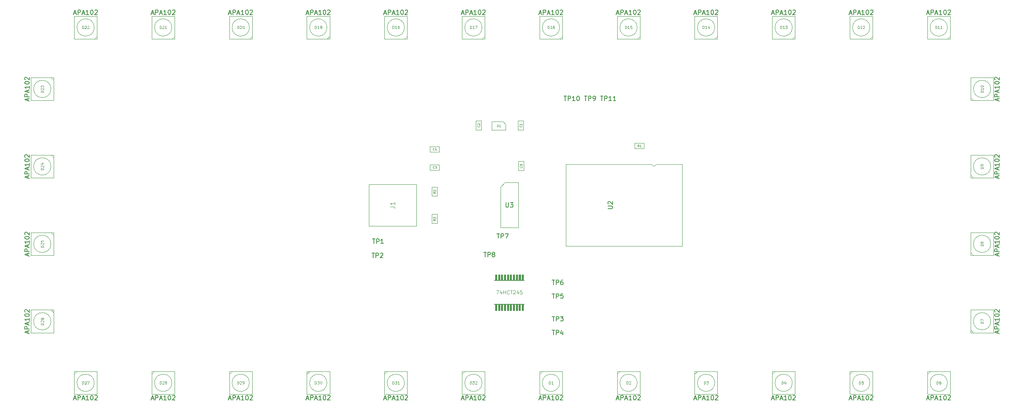
<source format=gbr>
G04 #@! TF.GenerationSoftware,KiCad,Pcbnew,(5.1.5-0-10_14)*
G04 #@! TF.CreationDate,2020-01-24T22:17:13-08:00*
G04 #@! TF.ProjectId,esp32-color-lamp-stand,65737033-322d-4636-9f6c-6f722d6c616d,rev?*
G04 #@! TF.SameCoordinates,Original*
G04 #@! TF.FileFunction,Other,Fab,Top*
%FSLAX46Y46*%
G04 Gerber Fmt 4.6, Leading zero omitted, Abs format (unit mm)*
G04 Created by KiCad (PCBNEW (5.1.5-0-10_14)) date 2020-01-24 22:17:13*
%MOMM*%
%LPD*%
G04 APERTURE LIST*
%ADD10C,0.100000*%
%ADD11C,0.127000*%
%ADD12C,0.010000*%
%ADD13C,0.080000*%
%ADD14C,0.150000*%
%ADD15C,0.075000*%
%ADD16C,0.060000*%
%ADD17C,0.015000*%
G04 APERTURE END LIST*
D10*
X110480400Y-27469100D02*
X109280400Y-27469100D01*
X109280400Y-27469100D02*
X109280400Y-25469100D01*
X109280400Y-25469100D02*
X110480400Y-25469100D01*
X110480400Y-25469100D02*
X110480400Y-27469100D01*
X101260200Y-25469100D02*
X101260200Y-27469100D01*
X100060200Y-25469100D02*
X101260200Y-25469100D01*
X100060200Y-27469100D02*
X100060200Y-25469100D01*
X101260200Y-27469100D02*
X100060200Y-27469100D01*
X92000000Y-36299700D02*
X90000000Y-36299700D01*
X92000000Y-35099700D02*
X92000000Y-36299700D01*
X90000000Y-35099700D02*
X92000000Y-35099700D01*
X90000000Y-36299700D02*
X90000000Y-35099700D01*
X90000000Y-32324600D02*
X90000000Y-31124600D01*
X90000000Y-31124600D02*
X92000000Y-31124600D01*
X92000000Y-31124600D02*
X92000000Y-32324600D01*
X92000000Y-32324600D02*
X90000000Y-32324600D01*
X110543900Y-36371800D02*
X109343900Y-36371800D01*
X109343900Y-36371800D02*
X109343900Y-34371800D01*
X109343900Y-34371800D02*
X110543900Y-34371800D01*
X110543900Y-34371800D02*
X110543900Y-36371800D01*
X76558000Y-48600000D02*
X87008000Y-48600000D01*
X76558000Y-39400000D02*
X76558000Y-48600000D01*
X87008000Y-39400000D02*
X87008000Y-48600000D01*
X76558000Y-39400000D02*
X87008000Y-39400000D01*
X136862300Y-30388000D02*
X136862300Y-31588000D01*
X136862300Y-31588000D02*
X134862300Y-31588000D01*
X134862300Y-31588000D02*
X134862300Y-30388000D01*
X134862300Y-30388000D02*
X136862300Y-30388000D01*
X90400000Y-42000000D02*
X90400000Y-40000000D01*
X91600000Y-42000000D02*
X90400000Y-42000000D01*
X91600000Y-40000000D02*
X91600000Y-42000000D01*
X90400000Y-40000000D02*
X91600000Y-40000000D01*
X90400000Y-46000000D02*
X91600000Y-46000000D01*
X91600000Y-46000000D02*
X91600000Y-48000000D01*
X91600000Y-48000000D02*
X90400000Y-48000000D01*
X90400000Y-48000000D02*
X90400000Y-46000000D01*
X105951900Y-25663500D02*
X106601900Y-26313500D01*
X106601900Y-27463500D02*
X106601900Y-26313500D01*
X105951900Y-25663500D02*
X103501900Y-25663500D01*
X103501900Y-27463500D02*
X103501900Y-25663500D01*
X106601900Y-27463500D02*
X103501900Y-27463500D01*
X119767300Y-53000000D02*
X145272300Y-53000000D01*
X119767300Y-35000000D02*
X119767300Y-53000000D01*
X145272300Y-35000000D02*
X139547300Y-35000000D01*
X145272300Y-35000000D02*
X145272300Y-53000000D01*
X138547300Y-35000000D02*
X119767300Y-35000000D01*
X139047300Y-35500000D02*
X139547300Y-35000000D01*
X138547300Y-35000000D02*
X139047300Y-35500000D01*
X106403500Y-39050000D02*
X109328500Y-39050000D01*
X109328500Y-39050000D02*
X109328500Y-48950000D01*
X109328500Y-48950000D02*
X105428500Y-48950000D01*
X105428500Y-48950000D02*
X105428500Y-40025000D01*
X105428500Y-40025000D02*
X106403500Y-39050000D01*
X114000000Y-81100000D02*
X114600000Y-80500000D01*
X119000000Y-80500000D02*
X114000000Y-80500000D01*
X119000000Y-85500000D02*
X119000000Y-80500000D01*
X114000000Y-85500000D02*
X119000000Y-85500000D01*
X114000000Y-80500000D02*
X114000000Y-85500000D01*
X118400000Y-83000000D02*
G75*
G03X118400000Y-83000000I-1900000J0D01*
G01*
X131000000Y-81100000D02*
X131600000Y-80500000D01*
X136000000Y-80500000D02*
X131000000Y-80500000D01*
X136000000Y-85500000D02*
X136000000Y-80500000D01*
X131000000Y-85500000D02*
X136000000Y-85500000D01*
X131000000Y-80500000D02*
X131000000Y-85500000D01*
X135400000Y-83000000D02*
G75*
G03X135400000Y-83000000I-1900000J0D01*
G01*
X152400000Y-83000000D02*
G75*
G03X152400000Y-83000000I-1900000J0D01*
G01*
X148000000Y-80500000D02*
X148000000Y-85500000D01*
X148000000Y-85500000D02*
X153000000Y-85500000D01*
X153000000Y-85500000D02*
X153000000Y-80500000D01*
X153000000Y-80500000D02*
X148000000Y-80500000D01*
X148000000Y-81100000D02*
X148600000Y-80500000D01*
X165000000Y-81100000D02*
X165600000Y-80500000D01*
X170000000Y-80500000D02*
X165000000Y-80500000D01*
X170000000Y-85500000D02*
X170000000Y-80500000D01*
X165000000Y-85500000D02*
X170000000Y-85500000D01*
X165000000Y-80500000D02*
X165000000Y-85500000D01*
X169400000Y-83000000D02*
G75*
G03X169400000Y-83000000I-1900000J0D01*
G01*
X182000000Y-81100000D02*
X182600000Y-80500000D01*
X187000000Y-80500000D02*
X182000000Y-80500000D01*
X187000000Y-85500000D02*
X187000000Y-80500000D01*
X182000000Y-85500000D02*
X187000000Y-85500000D01*
X182000000Y-80500000D02*
X182000000Y-85500000D01*
X186400000Y-83000000D02*
G75*
G03X186400000Y-83000000I-1900000J0D01*
G01*
X203400000Y-83000000D02*
G75*
G03X203400000Y-83000000I-1900000J0D01*
G01*
X199000000Y-80500000D02*
X199000000Y-85500000D01*
X199000000Y-85500000D02*
X204000000Y-85500000D01*
X204000000Y-85500000D02*
X204000000Y-80500000D01*
X204000000Y-80500000D02*
X199000000Y-80500000D01*
X199000000Y-81100000D02*
X199600000Y-80500000D01*
X209100000Y-72000000D02*
X208500000Y-71400000D01*
X208500000Y-67000000D02*
X208500000Y-72000000D01*
X213500000Y-67000000D02*
X208500000Y-67000000D01*
X213500000Y-72000000D02*
X213500000Y-67000000D01*
X208500000Y-72000000D02*
X213500000Y-72000000D01*
X212900000Y-69500000D02*
G75*
G03X212900000Y-69500000I-1900000J0D01*
G01*
X212900000Y-52500000D02*
G75*
G03X212900000Y-52500000I-1900000J0D01*
G01*
X208500000Y-55000000D02*
X213500000Y-55000000D01*
X213500000Y-55000000D02*
X213500000Y-50000000D01*
X213500000Y-50000000D02*
X208500000Y-50000000D01*
X208500000Y-50000000D02*
X208500000Y-55000000D01*
X209100000Y-55000000D02*
X208500000Y-54400000D01*
X209100000Y-38000000D02*
X208500000Y-37400000D01*
X208500000Y-33000000D02*
X208500000Y-38000000D01*
X213500000Y-33000000D02*
X208500000Y-33000000D01*
X213500000Y-38000000D02*
X213500000Y-33000000D01*
X208500000Y-38000000D02*
X213500000Y-38000000D01*
X212900000Y-35500000D02*
G75*
G03X212900000Y-35500000I-1900000J0D01*
G01*
X212900000Y-18500000D02*
G75*
G03X212900000Y-18500000I-1900000J0D01*
G01*
X208500000Y-21000000D02*
X213500000Y-21000000D01*
X213500000Y-21000000D02*
X213500000Y-16000000D01*
X213500000Y-16000000D02*
X208500000Y-16000000D01*
X208500000Y-16000000D02*
X208500000Y-21000000D01*
X209100000Y-21000000D02*
X208500000Y-20400000D01*
X204000000Y-6900000D02*
X203400000Y-7500000D01*
X199000000Y-7500000D02*
X204000000Y-7500000D01*
X199000000Y-2500000D02*
X199000000Y-7500000D01*
X204000000Y-2500000D02*
X199000000Y-2500000D01*
X204000000Y-7500000D02*
X204000000Y-2500000D01*
X203400000Y-5000000D02*
G75*
G03X203400000Y-5000000I-1900000J0D01*
G01*
X186400000Y-5000000D02*
G75*
G03X186400000Y-5000000I-1900000J0D01*
G01*
X187000000Y-7500000D02*
X187000000Y-2500000D01*
X187000000Y-2500000D02*
X182000000Y-2500000D01*
X182000000Y-2500000D02*
X182000000Y-7500000D01*
X182000000Y-7500000D02*
X187000000Y-7500000D01*
X187000000Y-6900000D02*
X186400000Y-7500000D01*
X170000000Y-6900000D02*
X169400000Y-7500000D01*
X165000000Y-7500000D02*
X170000000Y-7500000D01*
X165000000Y-2500000D02*
X165000000Y-7500000D01*
X170000000Y-2500000D02*
X165000000Y-2500000D01*
X170000000Y-7500000D02*
X170000000Y-2500000D01*
X169400000Y-5000000D02*
G75*
G03X169400000Y-5000000I-1900000J0D01*
G01*
X152400000Y-5000000D02*
G75*
G03X152400000Y-5000000I-1900000J0D01*
G01*
X153000000Y-7500000D02*
X153000000Y-2500000D01*
X153000000Y-2500000D02*
X148000000Y-2500000D01*
X148000000Y-2500000D02*
X148000000Y-7500000D01*
X148000000Y-7500000D02*
X153000000Y-7500000D01*
X153000000Y-6900000D02*
X152400000Y-7500000D01*
X136000000Y-6900000D02*
X135400000Y-7500000D01*
X131000000Y-7500000D02*
X136000000Y-7500000D01*
X131000000Y-2500000D02*
X131000000Y-7500000D01*
X136000000Y-2500000D02*
X131000000Y-2500000D01*
X136000000Y-7500000D02*
X136000000Y-2500000D01*
X135400000Y-5000000D02*
G75*
G03X135400000Y-5000000I-1900000J0D01*
G01*
X118400000Y-5000000D02*
G75*
G03X118400000Y-5000000I-1900000J0D01*
G01*
X119000000Y-7500000D02*
X119000000Y-2500000D01*
X119000000Y-2500000D02*
X114000000Y-2500000D01*
X114000000Y-2500000D02*
X114000000Y-7500000D01*
X114000000Y-7500000D02*
X119000000Y-7500000D01*
X119000000Y-6900000D02*
X118400000Y-7500000D01*
X101400000Y-5000000D02*
G75*
G03X101400000Y-5000000I-1900000J0D01*
G01*
X102000000Y-7500000D02*
X102000000Y-2500000D01*
X102000000Y-2500000D02*
X97000000Y-2500000D01*
X97000000Y-2500000D02*
X97000000Y-7500000D01*
X97000000Y-7500000D02*
X102000000Y-7500000D01*
X102000000Y-6900000D02*
X101400000Y-7500000D01*
X85000000Y-6900000D02*
X84400000Y-7500000D01*
X80000000Y-7500000D02*
X85000000Y-7500000D01*
X80000000Y-2500000D02*
X80000000Y-7500000D01*
X85000000Y-2500000D02*
X80000000Y-2500000D01*
X85000000Y-7500000D02*
X85000000Y-2500000D01*
X84400000Y-5000000D02*
G75*
G03X84400000Y-5000000I-1900000J0D01*
G01*
X67400000Y-5000000D02*
G75*
G03X67400000Y-5000000I-1900000J0D01*
G01*
X68000000Y-7500000D02*
X68000000Y-2500000D01*
X68000000Y-2500000D02*
X63000000Y-2500000D01*
X63000000Y-2500000D02*
X63000000Y-7500000D01*
X63000000Y-7500000D02*
X68000000Y-7500000D01*
X68000000Y-6900000D02*
X67400000Y-7500000D01*
X51000000Y-6900000D02*
X50400000Y-7500000D01*
X46000000Y-7500000D02*
X51000000Y-7500000D01*
X46000000Y-2500000D02*
X46000000Y-7500000D01*
X51000000Y-2500000D02*
X46000000Y-2500000D01*
X51000000Y-7500000D02*
X51000000Y-2500000D01*
X50400000Y-5000000D02*
G75*
G03X50400000Y-5000000I-1900000J0D01*
G01*
X33400000Y-5000000D02*
G75*
G03X33400000Y-5000000I-1900000J0D01*
G01*
X34000000Y-7500000D02*
X34000000Y-2500000D01*
X34000000Y-2500000D02*
X29000000Y-2500000D01*
X29000000Y-2500000D02*
X29000000Y-7500000D01*
X29000000Y-7500000D02*
X34000000Y-7500000D01*
X34000000Y-6900000D02*
X33400000Y-7500000D01*
X17000000Y-6900000D02*
X16400000Y-7500000D01*
X12000000Y-7500000D02*
X17000000Y-7500000D01*
X12000000Y-2500000D02*
X12000000Y-7500000D01*
X17000000Y-2500000D02*
X12000000Y-2500000D01*
X17000000Y-7500000D02*
X17000000Y-2500000D01*
X16400000Y-5000000D02*
G75*
G03X16400000Y-5000000I-1900000J0D01*
G01*
X6900000Y-18500000D02*
G75*
G03X6900000Y-18500000I-1900000J0D01*
G01*
X7500000Y-16000000D02*
X2500000Y-16000000D01*
X2500000Y-16000000D02*
X2500000Y-21000000D01*
X2500000Y-21000000D02*
X7500000Y-21000000D01*
X7500000Y-21000000D02*
X7500000Y-16000000D01*
X6900000Y-16000000D02*
X7500000Y-16600000D01*
X6900000Y-33000000D02*
X7500000Y-33600000D01*
X7500000Y-38000000D02*
X7500000Y-33000000D01*
X2500000Y-38000000D02*
X7500000Y-38000000D01*
X2500000Y-33000000D02*
X2500000Y-38000000D01*
X7500000Y-33000000D02*
X2500000Y-33000000D01*
X6900000Y-35500000D02*
G75*
G03X6900000Y-35500000I-1900000J0D01*
G01*
X6900000Y-52500000D02*
G75*
G03X6900000Y-52500000I-1900000J0D01*
G01*
X7500000Y-50000000D02*
X2500000Y-50000000D01*
X2500000Y-50000000D02*
X2500000Y-55000000D01*
X2500000Y-55000000D02*
X7500000Y-55000000D01*
X7500000Y-55000000D02*
X7500000Y-50000000D01*
X6900000Y-50000000D02*
X7500000Y-50600000D01*
X6900000Y-67000000D02*
X7500000Y-67600000D01*
X7500000Y-72000000D02*
X7500000Y-67000000D01*
X2500000Y-72000000D02*
X7500000Y-72000000D01*
X2500000Y-67000000D02*
X2500000Y-72000000D01*
X7500000Y-67000000D02*
X2500000Y-67000000D01*
X6900000Y-69500000D02*
G75*
G03X6900000Y-69500000I-1900000J0D01*
G01*
X16400000Y-83000000D02*
G75*
G03X16400000Y-83000000I-1900000J0D01*
G01*
X12000000Y-80500000D02*
X12000000Y-85500000D01*
X12000000Y-85500000D02*
X17000000Y-85500000D01*
X17000000Y-85500000D02*
X17000000Y-80500000D01*
X17000000Y-80500000D02*
X12000000Y-80500000D01*
X12000000Y-81100000D02*
X12600000Y-80500000D01*
X29000000Y-81100000D02*
X29600000Y-80500000D01*
X34000000Y-80500000D02*
X29000000Y-80500000D01*
X34000000Y-85500000D02*
X34000000Y-80500000D01*
X29000000Y-85500000D02*
X34000000Y-85500000D01*
X29000000Y-80500000D02*
X29000000Y-85500000D01*
X33400000Y-83000000D02*
G75*
G03X33400000Y-83000000I-1900000J0D01*
G01*
X50400000Y-83000000D02*
G75*
G03X50400000Y-83000000I-1900000J0D01*
G01*
X46000000Y-80500000D02*
X46000000Y-85500000D01*
X46000000Y-85500000D02*
X51000000Y-85500000D01*
X51000000Y-85500000D02*
X51000000Y-80500000D01*
X51000000Y-80500000D02*
X46000000Y-80500000D01*
X46000000Y-81100000D02*
X46600000Y-80500000D01*
X63000000Y-81100000D02*
X63600000Y-80500000D01*
X68000000Y-80500000D02*
X63000000Y-80500000D01*
X68000000Y-85500000D02*
X68000000Y-80500000D01*
X63000000Y-85500000D02*
X68000000Y-85500000D01*
X63000000Y-80500000D02*
X63000000Y-85500000D01*
X67400000Y-83000000D02*
G75*
G03X67400000Y-83000000I-1900000J0D01*
G01*
X84400000Y-83000000D02*
G75*
G03X84400000Y-83000000I-1900000J0D01*
G01*
X80000000Y-80500000D02*
X80000000Y-85500000D01*
X80000000Y-85500000D02*
X85000000Y-85500000D01*
X85000000Y-85500000D02*
X85000000Y-80500000D01*
X85000000Y-80500000D02*
X80000000Y-80500000D01*
X80000000Y-81100000D02*
X80600000Y-80500000D01*
X97000000Y-81100000D02*
X97600000Y-80500000D01*
X102000000Y-80500000D02*
X97000000Y-80500000D01*
X102000000Y-85500000D02*
X102000000Y-80500000D01*
X97000000Y-85500000D02*
X102000000Y-85500000D01*
X97000000Y-80500000D02*
X97000000Y-85500000D01*
X101400000Y-83000000D02*
G75*
G03X101400000Y-83000000I-1900000J0D01*
G01*
D11*
X110615800Y-60557100D02*
X104115800Y-60557100D01*
X104115800Y-65757100D02*
X110615800Y-65757100D01*
D12*
G36*
X110470430Y-60515500D02*
G01*
X110113100Y-60515500D01*
X110113100Y-59217900D01*
X110470430Y-59217900D01*
X110470430Y-60515500D01*
G37*
X110470430Y-60515500D02*
X110113100Y-60515500D01*
X110113100Y-59217900D01*
X110470430Y-59217900D01*
X110470430Y-60515500D01*
G36*
X109822510Y-60515500D02*
G01*
X109463100Y-60515500D01*
X109463100Y-59213990D01*
X109822510Y-59213990D01*
X109822510Y-60515500D01*
G37*
X109822510Y-60515500D02*
X109463100Y-60515500D01*
X109463100Y-59213990D01*
X109822510Y-59213990D01*
X109822510Y-60515500D01*
G36*
X109172140Y-60515500D02*
G01*
X108813100Y-60515500D01*
X108813100Y-59212590D01*
X109172140Y-59212590D01*
X109172140Y-60515500D01*
G37*
X109172140Y-60515500D02*
X108813100Y-60515500D01*
X108813100Y-59212590D01*
X109172140Y-59212590D01*
X109172140Y-60515500D01*
G36*
X108519400Y-60515500D02*
G01*
X108163100Y-60515500D01*
X108163100Y-59217700D01*
X108519400Y-59217700D01*
X108519400Y-60515500D01*
G37*
X108519400Y-60515500D02*
X108163100Y-60515500D01*
X108163100Y-59217700D01*
X108519400Y-59217700D01*
X108519400Y-60515500D01*
G36*
X107869490Y-60515500D02*
G01*
X107513100Y-60515500D01*
X107513100Y-59213910D01*
X107869490Y-59213910D01*
X107869490Y-60515500D01*
G37*
X107869490Y-60515500D02*
X107513100Y-60515500D01*
X107513100Y-59213910D01*
X107869490Y-59213910D01*
X107869490Y-60515500D01*
G36*
X107218463Y-60515500D02*
G01*
X106863100Y-60515500D01*
X106863100Y-59213760D01*
X107218463Y-59213760D01*
X107218463Y-60515500D01*
G37*
X107218463Y-60515500D02*
X106863100Y-60515500D01*
X106863100Y-59213760D01*
X107218463Y-59213760D01*
X107218463Y-60515500D01*
G36*
X106568287Y-60515500D02*
G01*
X106212900Y-60515500D01*
X106212900Y-59219050D01*
X106568287Y-59219050D01*
X106568287Y-60515500D01*
G37*
X106568287Y-60515500D02*
X106212900Y-60515500D01*
X106212900Y-59219050D01*
X106568287Y-59219050D01*
X106568287Y-60515500D01*
G36*
X105917400Y-60515500D02*
G01*
X105562900Y-60515500D01*
X105562900Y-59217100D01*
X105917400Y-59217100D01*
X105917400Y-60515500D01*
G37*
X105917400Y-60515500D02*
X105562900Y-60515500D01*
X105562900Y-59217100D01*
X105917400Y-59217100D01*
X105917400Y-60515500D01*
G36*
X105267900Y-60515500D02*
G01*
X104912900Y-60515500D01*
X104912900Y-59218980D01*
X105267900Y-59218980D01*
X105267900Y-60515500D01*
G37*
X105267900Y-60515500D02*
X104912900Y-60515500D01*
X104912900Y-59218980D01*
X105267900Y-59218980D01*
X105267900Y-60515500D01*
G36*
X104613890Y-60515500D02*
G01*
X104262900Y-60515500D01*
X104262900Y-59213490D01*
X104613890Y-59213490D01*
X104613890Y-60515500D01*
G37*
X104613890Y-60515500D02*
X104262900Y-60515500D01*
X104262900Y-59213490D01*
X104613890Y-59213490D01*
X104613890Y-60515500D01*
G36*
X104616940Y-67094100D02*
G01*
X104262900Y-67094100D01*
X104262900Y-65800200D01*
X104616940Y-65800200D01*
X104616940Y-67094100D01*
G37*
X104616940Y-67094100D02*
X104262900Y-67094100D01*
X104262900Y-65800200D01*
X104616940Y-65800200D01*
X104616940Y-67094100D01*
G36*
X105266660Y-67094100D02*
G01*
X104912900Y-67094100D01*
X104912900Y-65801020D01*
X105266660Y-65801020D01*
X105266660Y-67094100D01*
G37*
X105266660Y-67094100D02*
X104912900Y-67094100D01*
X104912900Y-65801020D01*
X105266660Y-65801020D01*
X105266660Y-67094100D01*
G36*
X105916390Y-67094100D02*
G01*
X105562900Y-67094100D01*
X105562900Y-65802560D01*
X105916390Y-65802560D01*
X105916390Y-67094100D01*
G37*
X105916390Y-67094100D02*
X105562900Y-67094100D01*
X105562900Y-65802560D01*
X105916390Y-65802560D01*
X105916390Y-67094100D01*
G36*
X106567791Y-67094100D02*
G01*
X106212900Y-67094100D01*
X106212900Y-65801050D01*
X106567791Y-65801050D01*
X106567791Y-67094100D01*
G37*
X106567791Y-67094100D02*
X106212900Y-67094100D01*
X106212900Y-65801050D01*
X106567791Y-65801050D01*
X106567791Y-67094100D01*
G36*
X107218512Y-67094100D02*
G01*
X106863100Y-67094100D01*
X106863100Y-65802070D01*
X107218512Y-65802070D01*
X107218512Y-67094100D01*
G37*
X107218512Y-67094100D02*
X106863100Y-67094100D01*
X106863100Y-65802070D01*
X107218512Y-65802070D01*
X107218512Y-67094100D01*
G36*
X107869156Y-67094100D02*
G01*
X107513100Y-67094100D01*
X107513100Y-65801100D01*
X107869156Y-65801100D01*
X107869156Y-67094100D01*
G37*
X107869156Y-67094100D02*
X107513100Y-67094100D01*
X107513100Y-65801100D01*
X107869156Y-65801100D01*
X107869156Y-67094100D01*
G36*
X108519110Y-67094100D02*
G01*
X108163100Y-67094100D01*
X108163100Y-65799640D01*
X108519110Y-65799640D01*
X108519110Y-67094100D01*
G37*
X108519110Y-67094100D02*
X108163100Y-67094100D01*
X108163100Y-65799640D01*
X108519110Y-65799640D01*
X108519110Y-67094100D01*
G36*
X109171930Y-67094100D02*
G01*
X108813100Y-67094100D01*
X108813100Y-65803440D01*
X109171930Y-65803440D01*
X109171930Y-67094100D01*
G37*
X109171930Y-67094100D02*
X108813100Y-67094100D01*
X108813100Y-65803440D01*
X109171930Y-65803440D01*
X109171930Y-67094100D01*
G36*
X109820970Y-67094100D02*
G01*
X109463100Y-67094100D01*
X109463100Y-65801140D01*
X109820970Y-65801140D01*
X109820970Y-67094100D01*
G37*
X109820970Y-67094100D02*
X109463100Y-67094100D01*
X109463100Y-65801140D01*
X109820970Y-65801140D01*
X109820970Y-67094100D01*
G36*
X110474350Y-67094100D02*
G01*
X110113100Y-67094100D01*
X110113100Y-65803510D01*
X110474350Y-65803510D01*
X110474350Y-67094100D01*
G37*
X110474350Y-67094100D02*
X110113100Y-67094100D01*
X110113100Y-65803510D01*
X110474350Y-65803510D01*
X110474350Y-67094100D01*
D13*
X110058971Y-26552433D02*
X110082780Y-26576242D01*
X110106590Y-26647671D01*
X110106590Y-26695290D01*
X110082780Y-26766719D01*
X110035161Y-26814338D01*
X109987542Y-26838147D01*
X109892304Y-26861957D01*
X109820876Y-26861957D01*
X109725638Y-26838147D01*
X109678019Y-26814338D01*
X109630400Y-26766719D01*
X109606590Y-26695290D01*
X109606590Y-26647671D01*
X109630400Y-26576242D01*
X109654209Y-26552433D01*
X110106590Y-26076242D02*
X110106590Y-26361957D01*
X110106590Y-26219100D02*
X109606590Y-26219100D01*
X109678019Y-26266719D01*
X109725638Y-26314338D01*
X109749447Y-26361957D01*
X100838771Y-26552433D02*
X100862580Y-26576242D01*
X100886390Y-26647671D01*
X100886390Y-26695290D01*
X100862580Y-26766719D01*
X100814961Y-26814338D01*
X100767342Y-26838147D01*
X100672104Y-26861957D01*
X100600676Y-26861957D01*
X100505438Y-26838147D01*
X100457819Y-26814338D01*
X100410200Y-26766719D01*
X100386390Y-26695290D01*
X100386390Y-26647671D01*
X100410200Y-26576242D01*
X100434009Y-26552433D01*
X100434009Y-26361957D02*
X100410200Y-26338147D01*
X100386390Y-26290528D01*
X100386390Y-26171480D01*
X100410200Y-26123861D01*
X100434009Y-26100052D01*
X100481628Y-26076242D01*
X100529247Y-26076242D01*
X100600676Y-26100052D01*
X100886390Y-26385766D01*
X100886390Y-26076242D01*
X90916666Y-35878271D02*
X90892857Y-35902080D01*
X90821428Y-35925890D01*
X90773809Y-35925890D01*
X90702380Y-35902080D01*
X90654761Y-35854461D01*
X90630952Y-35806842D01*
X90607142Y-35711604D01*
X90607142Y-35640176D01*
X90630952Y-35544938D01*
X90654761Y-35497319D01*
X90702380Y-35449700D01*
X90773809Y-35425890D01*
X90821428Y-35425890D01*
X90892857Y-35449700D01*
X90916666Y-35473509D01*
X91083333Y-35425890D02*
X91392857Y-35425890D01*
X91226190Y-35616366D01*
X91297619Y-35616366D01*
X91345238Y-35640176D01*
X91369047Y-35663985D01*
X91392857Y-35711604D01*
X91392857Y-35830652D01*
X91369047Y-35878271D01*
X91345238Y-35902080D01*
X91297619Y-35925890D01*
X91154761Y-35925890D01*
X91107142Y-35902080D01*
X91083333Y-35878271D01*
X90916666Y-31903171D02*
X90892857Y-31926980D01*
X90821428Y-31950790D01*
X90773809Y-31950790D01*
X90702380Y-31926980D01*
X90654761Y-31879361D01*
X90630952Y-31831742D01*
X90607142Y-31736504D01*
X90607142Y-31665076D01*
X90630952Y-31569838D01*
X90654761Y-31522219D01*
X90702380Y-31474600D01*
X90773809Y-31450790D01*
X90821428Y-31450790D01*
X90892857Y-31474600D01*
X90916666Y-31498409D01*
X91345238Y-31617457D02*
X91345238Y-31950790D01*
X91226190Y-31426980D02*
X91107142Y-31784123D01*
X91416666Y-31784123D01*
X110122471Y-35455133D02*
X110146280Y-35478942D01*
X110170090Y-35550371D01*
X110170090Y-35597990D01*
X110146280Y-35669419D01*
X110098661Y-35717038D01*
X110051042Y-35740847D01*
X109955804Y-35764657D01*
X109884376Y-35764657D01*
X109789138Y-35740847D01*
X109741519Y-35717038D01*
X109693900Y-35669419D01*
X109670090Y-35597990D01*
X109670090Y-35550371D01*
X109693900Y-35478942D01*
X109717709Y-35455133D01*
X109670090Y-35002752D02*
X109670090Y-35240847D01*
X109908185Y-35264657D01*
X109884376Y-35240847D01*
X109860566Y-35193228D01*
X109860566Y-35074180D01*
X109884376Y-35026561D01*
X109908185Y-35002752D01*
X109955804Y-34978942D01*
X110074852Y-34978942D01*
X110122471Y-35002752D01*
X110146280Y-35026561D01*
X110170090Y-35074180D01*
X110170090Y-35193228D01*
X110146280Y-35240847D01*
X110122471Y-35264657D01*
D10*
X81240380Y-44333333D02*
X81954666Y-44333333D01*
X82097523Y-44380952D01*
X82192761Y-44476190D01*
X82240380Y-44619047D01*
X82240380Y-44714285D01*
X82240380Y-43333333D02*
X82240380Y-43904761D01*
X82240380Y-43619047D02*
X81240380Y-43619047D01*
X81383238Y-43714285D01*
X81478476Y-43809523D01*
X81526095Y-43904761D01*
D13*
X135778966Y-31214190D02*
X135612300Y-30976095D01*
X135493252Y-31214190D02*
X135493252Y-30714190D01*
X135683728Y-30714190D01*
X135731347Y-30738000D01*
X135755157Y-30761809D01*
X135778966Y-30809428D01*
X135778966Y-30880857D01*
X135755157Y-30928476D01*
X135731347Y-30952285D01*
X135683728Y-30976095D01*
X135493252Y-30976095D01*
X136255157Y-31214190D02*
X135969442Y-31214190D01*
X136112300Y-31214190D02*
X136112300Y-30714190D01*
X136064680Y-30785619D01*
X136017061Y-30833238D01*
X135969442Y-30857047D01*
X91226190Y-41083333D02*
X90988095Y-41250000D01*
X91226190Y-41369047D02*
X90726190Y-41369047D01*
X90726190Y-41178571D01*
X90750000Y-41130952D01*
X90773809Y-41107142D01*
X90821428Y-41083333D01*
X90892857Y-41083333D01*
X90940476Y-41107142D01*
X90964285Y-41130952D01*
X90988095Y-41178571D01*
X90988095Y-41369047D01*
X90773809Y-40892857D02*
X90750000Y-40869047D01*
X90726190Y-40821428D01*
X90726190Y-40702380D01*
X90750000Y-40654761D01*
X90773809Y-40630952D01*
X90821428Y-40607142D01*
X90869047Y-40607142D01*
X90940476Y-40630952D01*
X91226190Y-40916666D01*
X91226190Y-40607142D01*
X91226190Y-47083333D02*
X90988095Y-47250000D01*
X91226190Y-47369047D02*
X90726190Y-47369047D01*
X90726190Y-47178571D01*
X90750000Y-47130952D01*
X90773809Y-47107142D01*
X90821428Y-47083333D01*
X90892857Y-47083333D01*
X90940476Y-47107142D01*
X90964285Y-47130952D01*
X90988095Y-47178571D01*
X90988095Y-47369047D01*
X90726190Y-46916666D02*
X90726190Y-46607142D01*
X90916666Y-46773809D01*
X90916666Y-46702380D01*
X90940476Y-46654761D01*
X90964285Y-46630952D01*
X91011904Y-46607142D01*
X91130952Y-46607142D01*
X91178571Y-46630952D01*
X91202380Y-46654761D01*
X91226190Y-46702380D01*
X91226190Y-46845238D01*
X91202380Y-46892857D01*
X91178571Y-46916666D01*
D14*
X77363795Y-51420780D02*
X77935223Y-51420780D01*
X77649509Y-52420780D02*
X77649509Y-51420780D01*
X78268557Y-52420780D02*
X78268557Y-51420780D01*
X78649509Y-51420780D01*
X78744747Y-51468400D01*
X78792366Y-51516019D01*
X78839985Y-51611257D01*
X78839985Y-51754114D01*
X78792366Y-51849352D01*
X78744747Y-51896971D01*
X78649509Y-51944590D01*
X78268557Y-51944590D01*
X79792366Y-52420780D02*
X79220938Y-52420780D01*
X79506652Y-52420780D02*
X79506652Y-51420780D01*
X79411414Y-51563638D01*
X79316176Y-51658876D01*
X79220938Y-51706495D01*
X77249495Y-54519580D02*
X77820923Y-54519580D01*
X77535209Y-55519580D02*
X77535209Y-54519580D01*
X78154257Y-55519580D02*
X78154257Y-54519580D01*
X78535209Y-54519580D01*
X78630447Y-54567200D01*
X78678066Y-54614819D01*
X78725685Y-54710057D01*
X78725685Y-54852914D01*
X78678066Y-54948152D01*
X78630447Y-54995771D01*
X78535209Y-55043390D01*
X78154257Y-55043390D01*
X79106638Y-54614819D02*
X79154257Y-54567200D01*
X79249495Y-54519580D01*
X79487590Y-54519580D01*
X79582828Y-54567200D01*
X79630447Y-54614819D01*
X79678066Y-54710057D01*
X79678066Y-54805295D01*
X79630447Y-54948152D01*
X79059019Y-55519580D01*
X79678066Y-55519580D01*
D15*
X104670947Y-26289690D02*
X104670947Y-26694452D01*
X104694757Y-26742071D01*
X104718566Y-26765880D01*
X104766185Y-26789690D01*
X104861423Y-26789690D01*
X104909042Y-26765880D01*
X104932852Y-26742071D01*
X104956661Y-26694452D01*
X104956661Y-26289690D01*
X105456661Y-26789690D02*
X105170947Y-26789690D01*
X105313804Y-26789690D02*
X105313804Y-26289690D01*
X105266185Y-26361119D01*
X105218566Y-26408738D01*
X105170947Y-26432547D01*
D14*
X128979680Y-44761904D02*
X129789204Y-44761904D01*
X129884442Y-44714285D01*
X129932061Y-44666666D01*
X129979680Y-44571428D01*
X129979680Y-44380952D01*
X129932061Y-44285714D01*
X129884442Y-44238095D01*
X129789204Y-44190476D01*
X128979680Y-44190476D01*
X129074919Y-43761904D02*
X129027300Y-43714285D01*
X128979680Y-43619047D01*
X128979680Y-43380952D01*
X129027300Y-43285714D01*
X129074919Y-43238095D01*
X129170157Y-43190476D01*
X129265395Y-43190476D01*
X129408252Y-43238095D01*
X129979680Y-43809523D01*
X129979680Y-43190476D01*
X106631833Y-43463333D02*
X106631833Y-44256666D01*
X106678500Y-44350000D01*
X106725166Y-44396666D01*
X106818500Y-44443333D01*
X107005166Y-44443333D01*
X107098500Y-44396666D01*
X107145166Y-44350000D01*
X107191833Y-44256666D01*
X107191833Y-43463333D01*
X107565166Y-43463333D02*
X108171833Y-43463333D01*
X107845166Y-43836666D01*
X107985166Y-43836666D01*
X108078500Y-43883333D01*
X108125166Y-43930000D01*
X108171833Y-44023333D01*
X108171833Y-44256666D01*
X108125166Y-44350000D01*
X108078500Y-44396666D01*
X107985166Y-44443333D01*
X107705166Y-44443333D01*
X107611833Y-44396666D01*
X107565166Y-44350000D01*
X116738095Y-68452380D02*
X117309523Y-68452380D01*
X117023809Y-69452380D02*
X117023809Y-68452380D01*
X117642857Y-69452380D02*
X117642857Y-68452380D01*
X118023809Y-68452380D01*
X118119047Y-68500000D01*
X118166666Y-68547619D01*
X118214285Y-68642857D01*
X118214285Y-68785714D01*
X118166666Y-68880952D01*
X118119047Y-68928571D01*
X118023809Y-68976190D01*
X117642857Y-68976190D01*
X118547619Y-68452380D02*
X119166666Y-68452380D01*
X118833333Y-68833333D01*
X118976190Y-68833333D01*
X119071428Y-68880952D01*
X119119047Y-68928571D01*
X119166666Y-69023809D01*
X119166666Y-69261904D01*
X119119047Y-69357142D01*
X119071428Y-69404761D01*
X118976190Y-69452380D01*
X118690476Y-69452380D01*
X118595238Y-69404761D01*
X118547619Y-69357142D01*
X116738095Y-71452380D02*
X117309523Y-71452380D01*
X117023809Y-72452380D02*
X117023809Y-71452380D01*
X117642857Y-72452380D02*
X117642857Y-71452380D01*
X118023809Y-71452380D01*
X118119047Y-71500000D01*
X118166666Y-71547619D01*
X118214285Y-71642857D01*
X118214285Y-71785714D01*
X118166666Y-71880952D01*
X118119047Y-71928571D01*
X118023809Y-71976190D01*
X117642857Y-71976190D01*
X119071428Y-71785714D02*
X119071428Y-72452380D01*
X118833333Y-71404761D02*
X118595238Y-72119047D01*
X119214285Y-72119047D01*
X116738095Y-63452380D02*
X117309523Y-63452380D01*
X117023809Y-64452380D02*
X117023809Y-63452380D01*
X117642857Y-64452380D02*
X117642857Y-63452380D01*
X118023809Y-63452380D01*
X118119047Y-63500000D01*
X118166666Y-63547619D01*
X118214285Y-63642857D01*
X118214285Y-63785714D01*
X118166666Y-63880952D01*
X118119047Y-63928571D01*
X118023809Y-63976190D01*
X117642857Y-63976190D01*
X119119047Y-63452380D02*
X118642857Y-63452380D01*
X118595238Y-63928571D01*
X118642857Y-63880952D01*
X118738095Y-63833333D01*
X118976190Y-63833333D01*
X119071428Y-63880952D01*
X119119047Y-63928571D01*
X119166666Y-64023809D01*
X119166666Y-64261904D01*
X119119047Y-64357142D01*
X119071428Y-64404761D01*
X118976190Y-64452380D01*
X118738095Y-64452380D01*
X118642857Y-64404761D01*
X118595238Y-64357142D01*
X116738095Y-60452380D02*
X117309523Y-60452380D01*
X117023809Y-61452380D02*
X117023809Y-60452380D01*
X117642857Y-61452380D02*
X117642857Y-60452380D01*
X118023809Y-60452380D01*
X118119047Y-60500000D01*
X118166666Y-60547619D01*
X118214285Y-60642857D01*
X118214285Y-60785714D01*
X118166666Y-60880952D01*
X118119047Y-60928571D01*
X118023809Y-60976190D01*
X117642857Y-60976190D01*
X119071428Y-60452380D02*
X118880952Y-60452380D01*
X118785714Y-60500000D01*
X118738095Y-60547619D01*
X118642857Y-60690476D01*
X118595238Y-60880952D01*
X118595238Y-61261904D01*
X118642857Y-61357142D01*
X118690476Y-61404761D01*
X118785714Y-61452380D01*
X118976190Y-61452380D01*
X119071428Y-61404761D01*
X119119047Y-61357142D01*
X119166666Y-61261904D01*
X119166666Y-61023809D01*
X119119047Y-60928571D01*
X119071428Y-60880952D01*
X118976190Y-60833333D01*
X118785714Y-60833333D01*
X118690476Y-60880952D01*
X118642857Y-60928571D01*
X118595238Y-61023809D01*
X104643395Y-50237480D02*
X105214823Y-50237480D01*
X104929109Y-51237480D02*
X104929109Y-50237480D01*
X105548157Y-51237480D02*
X105548157Y-50237480D01*
X105929109Y-50237480D01*
X106024347Y-50285100D01*
X106071966Y-50332719D01*
X106119585Y-50427957D01*
X106119585Y-50570814D01*
X106071966Y-50666052D01*
X106024347Y-50713671D01*
X105929109Y-50761290D01*
X105548157Y-50761290D01*
X106452919Y-50237480D02*
X107119585Y-50237480D01*
X106691014Y-51237480D01*
X101760495Y-54352280D02*
X102331923Y-54352280D01*
X102046209Y-55352280D02*
X102046209Y-54352280D01*
X102665257Y-55352280D02*
X102665257Y-54352280D01*
X103046209Y-54352280D01*
X103141447Y-54399900D01*
X103189066Y-54447519D01*
X103236685Y-54542757D01*
X103236685Y-54685614D01*
X103189066Y-54780852D01*
X103141447Y-54828471D01*
X103046209Y-54876090D01*
X102665257Y-54876090D01*
X103808114Y-54780852D02*
X103712876Y-54733233D01*
X103665257Y-54685614D01*
X103617638Y-54590376D01*
X103617638Y-54542757D01*
X103665257Y-54447519D01*
X103712876Y-54399900D01*
X103808114Y-54352280D01*
X103998590Y-54352280D01*
X104093828Y-54399900D01*
X104141447Y-54447519D01*
X104189066Y-54542757D01*
X104189066Y-54590376D01*
X104141447Y-54685614D01*
X104093828Y-54733233D01*
X103998590Y-54780852D01*
X103808114Y-54780852D01*
X103712876Y-54828471D01*
X103665257Y-54876090D01*
X103617638Y-54971328D01*
X103617638Y-55161804D01*
X103665257Y-55257042D01*
X103712876Y-55304661D01*
X103808114Y-55352280D01*
X103998590Y-55352280D01*
X104093828Y-55304661D01*
X104141447Y-55257042D01*
X104189066Y-55161804D01*
X104189066Y-54971328D01*
X104141447Y-54876090D01*
X104093828Y-54828471D01*
X103998590Y-54780852D01*
X123826995Y-20068380D02*
X124398423Y-20068380D01*
X124112709Y-21068380D02*
X124112709Y-20068380D01*
X124731757Y-21068380D02*
X124731757Y-20068380D01*
X125112709Y-20068380D01*
X125207947Y-20116000D01*
X125255566Y-20163619D01*
X125303185Y-20258857D01*
X125303185Y-20401714D01*
X125255566Y-20496952D01*
X125207947Y-20544571D01*
X125112709Y-20592190D01*
X124731757Y-20592190D01*
X125779376Y-21068380D02*
X125969852Y-21068380D01*
X126065090Y-21020761D01*
X126112709Y-20973142D01*
X126207947Y-20830285D01*
X126255566Y-20639809D01*
X126255566Y-20258857D01*
X126207947Y-20163619D01*
X126160328Y-20116000D01*
X126065090Y-20068380D01*
X125874614Y-20068380D01*
X125779376Y-20116000D01*
X125731757Y-20163619D01*
X125684138Y-20258857D01*
X125684138Y-20496952D01*
X125731757Y-20592190D01*
X125779376Y-20639809D01*
X125874614Y-20687428D01*
X126065090Y-20687428D01*
X126160328Y-20639809D01*
X126207947Y-20592190D01*
X126255566Y-20496952D01*
X119350804Y-20068380D02*
X119922233Y-20068380D01*
X119636519Y-21068380D02*
X119636519Y-20068380D01*
X120255566Y-21068380D02*
X120255566Y-20068380D01*
X120636519Y-20068380D01*
X120731757Y-20116000D01*
X120779376Y-20163619D01*
X120826995Y-20258857D01*
X120826995Y-20401714D01*
X120779376Y-20496952D01*
X120731757Y-20544571D01*
X120636519Y-20592190D01*
X120255566Y-20592190D01*
X121779376Y-21068380D02*
X121207947Y-21068380D01*
X121493661Y-21068380D02*
X121493661Y-20068380D01*
X121398423Y-20211238D01*
X121303185Y-20306476D01*
X121207947Y-20354095D01*
X122398423Y-20068380D02*
X122493661Y-20068380D01*
X122588900Y-20116000D01*
X122636519Y-20163619D01*
X122684138Y-20258857D01*
X122731757Y-20449333D01*
X122731757Y-20687428D01*
X122684138Y-20877904D01*
X122636519Y-20973142D01*
X122588900Y-21020761D01*
X122493661Y-21068380D01*
X122398423Y-21068380D01*
X122303185Y-21020761D01*
X122255566Y-20973142D01*
X122207947Y-20877904D01*
X122160328Y-20687428D01*
X122160328Y-20449333D01*
X122207947Y-20258857D01*
X122255566Y-20163619D01*
X122303185Y-20116000D01*
X122398423Y-20068380D01*
X127350804Y-20068380D02*
X127922233Y-20068380D01*
X127636519Y-21068380D02*
X127636519Y-20068380D01*
X128255566Y-21068380D02*
X128255566Y-20068380D01*
X128636519Y-20068380D01*
X128731757Y-20116000D01*
X128779376Y-20163619D01*
X128826995Y-20258857D01*
X128826995Y-20401714D01*
X128779376Y-20496952D01*
X128731757Y-20544571D01*
X128636519Y-20592190D01*
X128255566Y-20592190D01*
X129779376Y-21068380D02*
X129207947Y-21068380D01*
X129493661Y-21068380D02*
X129493661Y-20068380D01*
X129398423Y-20211238D01*
X129303185Y-20306476D01*
X129207947Y-20354095D01*
X130731757Y-21068380D02*
X130160328Y-21068380D01*
X130446042Y-21068380D02*
X130446042Y-20068380D01*
X130350804Y-20211238D01*
X130255566Y-20306476D01*
X130160328Y-20354095D01*
X113904761Y-86466666D02*
X114380952Y-86466666D01*
X113809523Y-86752380D02*
X114142857Y-85752380D01*
X114476190Y-86752380D01*
X114809523Y-86752380D02*
X114809523Y-85752380D01*
X115190476Y-85752380D01*
X115285714Y-85800000D01*
X115333333Y-85847619D01*
X115380952Y-85942857D01*
X115380952Y-86085714D01*
X115333333Y-86180952D01*
X115285714Y-86228571D01*
X115190476Y-86276190D01*
X114809523Y-86276190D01*
X115761904Y-86466666D02*
X116238095Y-86466666D01*
X115666666Y-86752380D02*
X116000000Y-85752380D01*
X116333333Y-86752380D01*
X117190476Y-86752380D02*
X116619047Y-86752380D01*
X116904761Y-86752380D02*
X116904761Y-85752380D01*
X116809523Y-85895238D01*
X116714285Y-85990476D01*
X116619047Y-86038095D01*
X117809523Y-85752380D02*
X117904761Y-85752380D01*
X118000000Y-85800000D01*
X118047619Y-85847619D01*
X118095238Y-85942857D01*
X118142857Y-86133333D01*
X118142857Y-86371428D01*
X118095238Y-86561904D01*
X118047619Y-86657142D01*
X118000000Y-86704761D01*
X117904761Y-86752380D01*
X117809523Y-86752380D01*
X117714285Y-86704761D01*
X117666666Y-86657142D01*
X117619047Y-86561904D01*
X117571428Y-86371428D01*
X117571428Y-86133333D01*
X117619047Y-85942857D01*
X117666666Y-85847619D01*
X117714285Y-85800000D01*
X117809523Y-85752380D01*
X118523809Y-85847619D02*
X118571428Y-85800000D01*
X118666666Y-85752380D01*
X118904761Y-85752380D01*
X119000000Y-85800000D01*
X119047619Y-85847619D01*
X119095238Y-85942857D01*
X119095238Y-86038095D01*
X119047619Y-86180952D01*
X118476190Y-86752380D01*
X119095238Y-86752380D01*
D16*
X116057142Y-83271428D02*
X116057142Y-82671428D01*
X116200000Y-82671428D01*
X116285714Y-82700000D01*
X116342857Y-82757142D01*
X116371428Y-82814285D01*
X116400000Y-82928571D01*
X116400000Y-83014285D01*
X116371428Y-83128571D01*
X116342857Y-83185714D01*
X116285714Y-83242857D01*
X116200000Y-83271428D01*
X116057142Y-83271428D01*
X116971428Y-83271428D02*
X116628571Y-83271428D01*
X116800000Y-83271428D02*
X116800000Y-82671428D01*
X116742857Y-82757142D01*
X116685714Y-82814285D01*
X116628571Y-82842857D01*
D14*
X130904761Y-86466666D02*
X131380952Y-86466666D01*
X130809523Y-86752380D02*
X131142857Y-85752380D01*
X131476190Y-86752380D01*
X131809523Y-86752380D02*
X131809523Y-85752380D01*
X132190476Y-85752380D01*
X132285714Y-85800000D01*
X132333333Y-85847619D01*
X132380952Y-85942857D01*
X132380952Y-86085714D01*
X132333333Y-86180952D01*
X132285714Y-86228571D01*
X132190476Y-86276190D01*
X131809523Y-86276190D01*
X132761904Y-86466666D02*
X133238095Y-86466666D01*
X132666666Y-86752380D02*
X133000000Y-85752380D01*
X133333333Y-86752380D01*
X134190476Y-86752380D02*
X133619047Y-86752380D01*
X133904761Y-86752380D02*
X133904761Y-85752380D01*
X133809523Y-85895238D01*
X133714285Y-85990476D01*
X133619047Y-86038095D01*
X134809523Y-85752380D02*
X134904761Y-85752380D01*
X135000000Y-85800000D01*
X135047619Y-85847619D01*
X135095238Y-85942857D01*
X135142857Y-86133333D01*
X135142857Y-86371428D01*
X135095238Y-86561904D01*
X135047619Y-86657142D01*
X135000000Y-86704761D01*
X134904761Y-86752380D01*
X134809523Y-86752380D01*
X134714285Y-86704761D01*
X134666666Y-86657142D01*
X134619047Y-86561904D01*
X134571428Y-86371428D01*
X134571428Y-86133333D01*
X134619047Y-85942857D01*
X134666666Y-85847619D01*
X134714285Y-85800000D01*
X134809523Y-85752380D01*
X135523809Y-85847619D02*
X135571428Y-85800000D01*
X135666666Y-85752380D01*
X135904761Y-85752380D01*
X136000000Y-85800000D01*
X136047619Y-85847619D01*
X136095238Y-85942857D01*
X136095238Y-86038095D01*
X136047619Y-86180952D01*
X135476190Y-86752380D01*
X136095238Y-86752380D01*
D16*
X133057142Y-83271428D02*
X133057142Y-82671428D01*
X133200000Y-82671428D01*
X133285714Y-82700000D01*
X133342857Y-82757142D01*
X133371428Y-82814285D01*
X133400000Y-82928571D01*
X133400000Y-83014285D01*
X133371428Y-83128571D01*
X133342857Y-83185714D01*
X133285714Y-83242857D01*
X133200000Y-83271428D01*
X133057142Y-83271428D01*
X133628571Y-82728571D02*
X133657142Y-82700000D01*
X133714285Y-82671428D01*
X133857142Y-82671428D01*
X133914285Y-82700000D01*
X133942857Y-82728571D01*
X133971428Y-82785714D01*
X133971428Y-82842857D01*
X133942857Y-82928571D01*
X133600000Y-83271428D01*
X133971428Y-83271428D01*
D14*
X147904761Y-86466666D02*
X148380952Y-86466666D01*
X147809523Y-86752380D02*
X148142857Y-85752380D01*
X148476190Y-86752380D01*
X148809523Y-86752380D02*
X148809523Y-85752380D01*
X149190476Y-85752380D01*
X149285714Y-85800000D01*
X149333333Y-85847619D01*
X149380952Y-85942857D01*
X149380952Y-86085714D01*
X149333333Y-86180952D01*
X149285714Y-86228571D01*
X149190476Y-86276190D01*
X148809523Y-86276190D01*
X149761904Y-86466666D02*
X150238095Y-86466666D01*
X149666666Y-86752380D02*
X150000000Y-85752380D01*
X150333333Y-86752380D01*
X151190476Y-86752380D02*
X150619047Y-86752380D01*
X150904761Y-86752380D02*
X150904761Y-85752380D01*
X150809523Y-85895238D01*
X150714285Y-85990476D01*
X150619047Y-86038095D01*
X151809523Y-85752380D02*
X151904761Y-85752380D01*
X152000000Y-85800000D01*
X152047619Y-85847619D01*
X152095238Y-85942857D01*
X152142857Y-86133333D01*
X152142857Y-86371428D01*
X152095238Y-86561904D01*
X152047619Y-86657142D01*
X152000000Y-86704761D01*
X151904761Y-86752380D01*
X151809523Y-86752380D01*
X151714285Y-86704761D01*
X151666666Y-86657142D01*
X151619047Y-86561904D01*
X151571428Y-86371428D01*
X151571428Y-86133333D01*
X151619047Y-85942857D01*
X151666666Y-85847619D01*
X151714285Y-85800000D01*
X151809523Y-85752380D01*
X152523809Y-85847619D02*
X152571428Y-85800000D01*
X152666666Y-85752380D01*
X152904761Y-85752380D01*
X153000000Y-85800000D01*
X153047619Y-85847619D01*
X153095238Y-85942857D01*
X153095238Y-86038095D01*
X153047619Y-86180952D01*
X152476190Y-86752380D01*
X153095238Y-86752380D01*
D16*
X150057142Y-83271428D02*
X150057142Y-82671428D01*
X150200000Y-82671428D01*
X150285714Y-82700000D01*
X150342857Y-82757142D01*
X150371428Y-82814285D01*
X150400000Y-82928571D01*
X150400000Y-83014285D01*
X150371428Y-83128571D01*
X150342857Y-83185714D01*
X150285714Y-83242857D01*
X150200000Y-83271428D01*
X150057142Y-83271428D01*
X150600000Y-82671428D02*
X150971428Y-82671428D01*
X150771428Y-82900000D01*
X150857142Y-82900000D01*
X150914285Y-82928571D01*
X150942857Y-82957142D01*
X150971428Y-83014285D01*
X150971428Y-83157142D01*
X150942857Y-83214285D01*
X150914285Y-83242857D01*
X150857142Y-83271428D01*
X150685714Y-83271428D01*
X150628571Y-83242857D01*
X150600000Y-83214285D01*
D14*
X164904761Y-86466666D02*
X165380952Y-86466666D01*
X164809523Y-86752380D02*
X165142857Y-85752380D01*
X165476190Y-86752380D01*
X165809523Y-86752380D02*
X165809523Y-85752380D01*
X166190476Y-85752380D01*
X166285714Y-85800000D01*
X166333333Y-85847619D01*
X166380952Y-85942857D01*
X166380952Y-86085714D01*
X166333333Y-86180952D01*
X166285714Y-86228571D01*
X166190476Y-86276190D01*
X165809523Y-86276190D01*
X166761904Y-86466666D02*
X167238095Y-86466666D01*
X166666666Y-86752380D02*
X167000000Y-85752380D01*
X167333333Y-86752380D01*
X168190476Y-86752380D02*
X167619047Y-86752380D01*
X167904761Y-86752380D02*
X167904761Y-85752380D01*
X167809523Y-85895238D01*
X167714285Y-85990476D01*
X167619047Y-86038095D01*
X168809523Y-85752380D02*
X168904761Y-85752380D01*
X169000000Y-85800000D01*
X169047619Y-85847619D01*
X169095238Y-85942857D01*
X169142857Y-86133333D01*
X169142857Y-86371428D01*
X169095238Y-86561904D01*
X169047619Y-86657142D01*
X169000000Y-86704761D01*
X168904761Y-86752380D01*
X168809523Y-86752380D01*
X168714285Y-86704761D01*
X168666666Y-86657142D01*
X168619047Y-86561904D01*
X168571428Y-86371428D01*
X168571428Y-86133333D01*
X168619047Y-85942857D01*
X168666666Y-85847619D01*
X168714285Y-85800000D01*
X168809523Y-85752380D01*
X169523809Y-85847619D02*
X169571428Y-85800000D01*
X169666666Y-85752380D01*
X169904761Y-85752380D01*
X170000000Y-85800000D01*
X170047619Y-85847619D01*
X170095238Y-85942857D01*
X170095238Y-86038095D01*
X170047619Y-86180952D01*
X169476190Y-86752380D01*
X170095238Y-86752380D01*
D16*
X167057142Y-83271428D02*
X167057142Y-82671428D01*
X167200000Y-82671428D01*
X167285714Y-82700000D01*
X167342857Y-82757142D01*
X167371428Y-82814285D01*
X167400000Y-82928571D01*
X167400000Y-83014285D01*
X167371428Y-83128571D01*
X167342857Y-83185714D01*
X167285714Y-83242857D01*
X167200000Y-83271428D01*
X167057142Y-83271428D01*
X167914285Y-82871428D02*
X167914285Y-83271428D01*
X167771428Y-82642857D02*
X167628571Y-83071428D01*
X168000000Y-83071428D01*
D14*
X181904761Y-86466666D02*
X182380952Y-86466666D01*
X181809523Y-86752380D02*
X182142857Y-85752380D01*
X182476190Y-86752380D01*
X182809523Y-86752380D02*
X182809523Y-85752380D01*
X183190476Y-85752380D01*
X183285714Y-85800000D01*
X183333333Y-85847619D01*
X183380952Y-85942857D01*
X183380952Y-86085714D01*
X183333333Y-86180952D01*
X183285714Y-86228571D01*
X183190476Y-86276190D01*
X182809523Y-86276190D01*
X183761904Y-86466666D02*
X184238095Y-86466666D01*
X183666666Y-86752380D02*
X184000000Y-85752380D01*
X184333333Y-86752380D01*
X185190476Y-86752380D02*
X184619047Y-86752380D01*
X184904761Y-86752380D02*
X184904761Y-85752380D01*
X184809523Y-85895238D01*
X184714285Y-85990476D01*
X184619047Y-86038095D01*
X185809523Y-85752380D02*
X185904761Y-85752380D01*
X186000000Y-85800000D01*
X186047619Y-85847619D01*
X186095238Y-85942857D01*
X186142857Y-86133333D01*
X186142857Y-86371428D01*
X186095238Y-86561904D01*
X186047619Y-86657142D01*
X186000000Y-86704761D01*
X185904761Y-86752380D01*
X185809523Y-86752380D01*
X185714285Y-86704761D01*
X185666666Y-86657142D01*
X185619047Y-86561904D01*
X185571428Y-86371428D01*
X185571428Y-86133333D01*
X185619047Y-85942857D01*
X185666666Y-85847619D01*
X185714285Y-85800000D01*
X185809523Y-85752380D01*
X186523809Y-85847619D02*
X186571428Y-85800000D01*
X186666666Y-85752380D01*
X186904761Y-85752380D01*
X187000000Y-85800000D01*
X187047619Y-85847619D01*
X187095238Y-85942857D01*
X187095238Y-86038095D01*
X187047619Y-86180952D01*
X186476190Y-86752380D01*
X187095238Y-86752380D01*
D16*
X184057142Y-83271428D02*
X184057142Y-82671428D01*
X184200000Y-82671428D01*
X184285714Y-82700000D01*
X184342857Y-82757142D01*
X184371428Y-82814285D01*
X184400000Y-82928571D01*
X184400000Y-83014285D01*
X184371428Y-83128571D01*
X184342857Y-83185714D01*
X184285714Y-83242857D01*
X184200000Y-83271428D01*
X184057142Y-83271428D01*
X184942857Y-82671428D02*
X184657142Y-82671428D01*
X184628571Y-82957142D01*
X184657142Y-82928571D01*
X184714285Y-82900000D01*
X184857142Y-82900000D01*
X184914285Y-82928571D01*
X184942857Y-82957142D01*
X184971428Y-83014285D01*
X184971428Y-83157142D01*
X184942857Y-83214285D01*
X184914285Y-83242857D01*
X184857142Y-83271428D01*
X184714285Y-83271428D01*
X184657142Y-83242857D01*
X184628571Y-83214285D01*
D14*
X198904761Y-86466666D02*
X199380952Y-86466666D01*
X198809523Y-86752380D02*
X199142857Y-85752380D01*
X199476190Y-86752380D01*
X199809523Y-86752380D02*
X199809523Y-85752380D01*
X200190476Y-85752380D01*
X200285714Y-85800000D01*
X200333333Y-85847619D01*
X200380952Y-85942857D01*
X200380952Y-86085714D01*
X200333333Y-86180952D01*
X200285714Y-86228571D01*
X200190476Y-86276190D01*
X199809523Y-86276190D01*
X200761904Y-86466666D02*
X201238095Y-86466666D01*
X200666666Y-86752380D02*
X201000000Y-85752380D01*
X201333333Y-86752380D01*
X202190476Y-86752380D02*
X201619047Y-86752380D01*
X201904761Y-86752380D02*
X201904761Y-85752380D01*
X201809523Y-85895238D01*
X201714285Y-85990476D01*
X201619047Y-86038095D01*
X202809523Y-85752380D02*
X202904761Y-85752380D01*
X203000000Y-85800000D01*
X203047619Y-85847619D01*
X203095238Y-85942857D01*
X203142857Y-86133333D01*
X203142857Y-86371428D01*
X203095238Y-86561904D01*
X203047619Y-86657142D01*
X203000000Y-86704761D01*
X202904761Y-86752380D01*
X202809523Y-86752380D01*
X202714285Y-86704761D01*
X202666666Y-86657142D01*
X202619047Y-86561904D01*
X202571428Y-86371428D01*
X202571428Y-86133333D01*
X202619047Y-85942857D01*
X202666666Y-85847619D01*
X202714285Y-85800000D01*
X202809523Y-85752380D01*
X203523809Y-85847619D02*
X203571428Y-85800000D01*
X203666666Y-85752380D01*
X203904761Y-85752380D01*
X204000000Y-85800000D01*
X204047619Y-85847619D01*
X204095238Y-85942857D01*
X204095238Y-86038095D01*
X204047619Y-86180952D01*
X203476190Y-86752380D01*
X204095238Y-86752380D01*
D16*
X201057142Y-83271428D02*
X201057142Y-82671428D01*
X201200000Y-82671428D01*
X201285714Y-82700000D01*
X201342857Y-82757142D01*
X201371428Y-82814285D01*
X201400000Y-82928571D01*
X201400000Y-83014285D01*
X201371428Y-83128571D01*
X201342857Y-83185714D01*
X201285714Y-83242857D01*
X201200000Y-83271428D01*
X201057142Y-83271428D01*
X201914285Y-82671428D02*
X201800000Y-82671428D01*
X201742857Y-82700000D01*
X201714285Y-82728571D01*
X201657142Y-82814285D01*
X201628571Y-82928571D01*
X201628571Y-83157142D01*
X201657142Y-83214285D01*
X201685714Y-83242857D01*
X201742857Y-83271428D01*
X201857142Y-83271428D01*
X201914285Y-83242857D01*
X201942857Y-83214285D01*
X201971428Y-83157142D01*
X201971428Y-83014285D01*
X201942857Y-82957142D01*
X201914285Y-82928571D01*
X201857142Y-82900000D01*
X201742857Y-82900000D01*
X201685714Y-82928571D01*
X201657142Y-82957142D01*
X201628571Y-83014285D01*
D14*
X214466666Y-72095238D02*
X214466666Y-71619047D01*
X214752380Y-72190476D02*
X213752380Y-71857142D01*
X214752380Y-71523809D01*
X214752380Y-71190476D02*
X213752380Y-71190476D01*
X213752380Y-70809523D01*
X213800000Y-70714285D01*
X213847619Y-70666666D01*
X213942857Y-70619047D01*
X214085714Y-70619047D01*
X214180952Y-70666666D01*
X214228571Y-70714285D01*
X214276190Y-70809523D01*
X214276190Y-71190476D01*
X214466666Y-70238095D02*
X214466666Y-69761904D01*
X214752380Y-70333333D02*
X213752380Y-70000000D01*
X214752380Y-69666666D01*
X214752380Y-68809523D02*
X214752380Y-69380952D01*
X214752380Y-69095238D02*
X213752380Y-69095238D01*
X213895238Y-69190476D01*
X213990476Y-69285714D01*
X214038095Y-69380952D01*
X213752380Y-68190476D02*
X213752380Y-68095238D01*
X213800000Y-68000000D01*
X213847619Y-67952380D01*
X213942857Y-67904761D01*
X214133333Y-67857142D01*
X214371428Y-67857142D01*
X214561904Y-67904761D01*
X214657142Y-67952380D01*
X214704761Y-68000000D01*
X214752380Y-68095238D01*
X214752380Y-68190476D01*
X214704761Y-68285714D01*
X214657142Y-68333333D01*
X214561904Y-68380952D01*
X214371428Y-68428571D01*
X214133333Y-68428571D01*
X213942857Y-68380952D01*
X213847619Y-68333333D01*
X213800000Y-68285714D01*
X213752380Y-68190476D01*
X213847619Y-67476190D02*
X213800000Y-67428571D01*
X213752380Y-67333333D01*
X213752380Y-67095238D01*
X213800000Y-67000000D01*
X213847619Y-66952380D01*
X213942857Y-66904761D01*
X214038095Y-66904761D01*
X214180952Y-66952380D01*
X214752380Y-67523809D01*
X214752380Y-66904761D01*
D16*
X211271428Y-69942857D02*
X210671428Y-69942857D01*
X210671428Y-69800000D01*
X210700000Y-69714285D01*
X210757142Y-69657142D01*
X210814285Y-69628571D01*
X210928571Y-69600000D01*
X211014285Y-69600000D01*
X211128571Y-69628571D01*
X211185714Y-69657142D01*
X211242857Y-69714285D01*
X211271428Y-69800000D01*
X211271428Y-69942857D01*
X210671428Y-69400000D02*
X210671428Y-69000000D01*
X211271428Y-69257142D01*
D14*
X214466666Y-55095238D02*
X214466666Y-54619047D01*
X214752380Y-55190476D02*
X213752380Y-54857142D01*
X214752380Y-54523809D01*
X214752380Y-54190476D02*
X213752380Y-54190476D01*
X213752380Y-53809523D01*
X213800000Y-53714285D01*
X213847619Y-53666666D01*
X213942857Y-53619047D01*
X214085714Y-53619047D01*
X214180952Y-53666666D01*
X214228571Y-53714285D01*
X214276190Y-53809523D01*
X214276190Y-54190476D01*
X214466666Y-53238095D02*
X214466666Y-52761904D01*
X214752380Y-53333333D02*
X213752380Y-53000000D01*
X214752380Y-52666666D01*
X214752380Y-51809523D02*
X214752380Y-52380952D01*
X214752380Y-52095238D02*
X213752380Y-52095238D01*
X213895238Y-52190476D01*
X213990476Y-52285714D01*
X214038095Y-52380952D01*
X213752380Y-51190476D02*
X213752380Y-51095238D01*
X213800000Y-51000000D01*
X213847619Y-50952380D01*
X213942857Y-50904761D01*
X214133333Y-50857142D01*
X214371428Y-50857142D01*
X214561904Y-50904761D01*
X214657142Y-50952380D01*
X214704761Y-51000000D01*
X214752380Y-51095238D01*
X214752380Y-51190476D01*
X214704761Y-51285714D01*
X214657142Y-51333333D01*
X214561904Y-51380952D01*
X214371428Y-51428571D01*
X214133333Y-51428571D01*
X213942857Y-51380952D01*
X213847619Y-51333333D01*
X213800000Y-51285714D01*
X213752380Y-51190476D01*
X213847619Y-50476190D02*
X213800000Y-50428571D01*
X213752380Y-50333333D01*
X213752380Y-50095238D01*
X213800000Y-50000000D01*
X213847619Y-49952380D01*
X213942857Y-49904761D01*
X214038095Y-49904761D01*
X214180952Y-49952380D01*
X214752380Y-50523809D01*
X214752380Y-49904761D01*
D16*
X211271428Y-52942857D02*
X210671428Y-52942857D01*
X210671428Y-52800000D01*
X210700000Y-52714285D01*
X210757142Y-52657142D01*
X210814285Y-52628571D01*
X210928571Y-52600000D01*
X211014285Y-52600000D01*
X211128571Y-52628571D01*
X211185714Y-52657142D01*
X211242857Y-52714285D01*
X211271428Y-52800000D01*
X211271428Y-52942857D01*
X210928571Y-52257142D02*
X210900000Y-52314285D01*
X210871428Y-52342857D01*
X210814285Y-52371428D01*
X210785714Y-52371428D01*
X210728571Y-52342857D01*
X210700000Y-52314285D01*
X210671428Y-52257142D01*
X210671428Y-52142857D01*
X210700000Y-52085714D01*
X210728571Y-52057142D01*
X210785714Y-52028571D01*
X210814285Y-52028571D01*
X210871428Y-52057142D01*
X210900000Y-52085714D01*
X210928571Y-52142857D01*
X210928571Y-52257142D01*
X210957142Y-52314285D01*
X210985714Y-52342857D01*
X211042857Y-52371428D01*
X211157142Y-52371428D01*
X211214285Y-52342857D01*
X211242857Y-52314285D01*
X211271428Y-52257142D01*
X211271428Y-52142857D01*
X211242857Y-52085714D01*
X211214285Y-52057142D01*
X211157142Y-52028571D01*
X211042857Y-52028571D01*
X210985714Y-52057142D01*
X210957142Y-52085714D01*
X210928571Y-52142857D01*
D14*
X214466666Y-38095238D02*
X214466666Y-37619047D01*
X214752380Y-38190476D02*
X213752380Y-37857142D01*
X214752380Y-37523809D01*
X214752380Y-37190476D02*
X213752380Y-37190476D01*
X213752380Y-36809523D01*
X213800000Y-36714285D01*
X213847619Y-36666666D01*
X213942857Y-36619047D01*
X214085714Y-36619047D01*
X214180952Y-36666666D01*
X214228571Y-36714285D01*
X214276190Y-36809523D01*
X214276190Y-37190476D01*
X214466666Y-36238095D02*
X214466666Y-35761904D01*
X214752380Y-36333333D02*
X213752380Y-36000000D01*
X214752380Y-35666666D01*
X214752380Y-34809523D02*
X214752380Y-35380952D01*
X214752380Y-35095238D02*
X213752380Y-35095238D01*
X213895238Y-35190476D01*
X213990476Y-35285714D01*
X214038095Y-35380952D01*
X213752380Y-34190476D02*
X213752380Y-34095238D01*
X213800000Y-34000000D01*
X213847619Y-33952380D01*
X213942857Y-33904761D01*
X214133333Y-33857142D01*
X214371428Y-33857142D01*
X214561904Y-33904761D01*
X214657142Y-33952380D01*
X214704761Y-34000000D01*
X214752380Y-34095238D01*
X214752380Y-34190476D01*
X214704761Y-34285714D01*
X214657142Y-34333333D01*
X214561904Y-34380952D01*
X214371428Y-34428571D01*
X214133333Y-34428571D01*
X213942857Y-34380952D01*
X213847619Y-34333333D01*
X213800000Y-34285714D01*
X213752380Y-34190476D01*
X213847619Y-33476190D02*
X213800000Y-33428571D01*
X213752380Y-33333333D01*
X213752380Y-33095238D01*
X213800000Y-33000000D01*
X213847619Y-32952380D01*
X213942857Y-32904761D01*
X214038095Y-32904761D01*
X214180952Y-32952380D01*
X214752380Y-33523809D01*
X214752380Y-32904761D01*
D16*
X211271428Y-35942857D02*
X210671428Y-35942857D01*
X210671428Y-35800000D01*
X210700000Y-35714285D01*
X210757142Y-35657142D01*
X210814285Y-35628571D01*
X210928571Y-35600000D01*
X211014285Y-35600000D01*
X211128571Y-35628571D01*
X211185714Y-35657142D01*
X211242857Y-35714285D01*
X211271428Y-35800000D01*
X211271428Y-35942857D01*
X211271428Y-35314285D02*
X211271428Y-35200000D01*
X211242857Y-35142857D01*
X211214285Y-35114285D01*
X211128571Y-35057142D01*
X211014285Y-35028571D01*
X210785714Y-35028571D01*
X210728571Y-35057142D01*
X210700000Y-35085714D01*
X210671428Y-35142857D01*
X210671428Y-35257142D01*
X210700000Y-35314285D01*
X210728571Y-35342857D01*
X210785714Y-35371428D01*
X210928571Y-35371428D01*
X210985714Y-35342857D01*
X211014285Y-35314285D01*
X211042857Y-35257142D01*
X211042857Y-35142857D01*
X211014285Y-35085714D01*
X210985714Y-35057142D01*
X210928571Y-35028571D01*
D14*
X214466666Y-21095238D02*
X214466666Y-20619047D01*
X214752380Y-21190476D02*
X213752380Y-20857142D01*
X214752380Y-20523809D01*
X214752380Y-20190476D02*
X213752380Y-20190476D01*
X213752380Y-19809523D01*
X213800000Y-19714285D01*
X213847619Y-19666666D01*
X213942857Y-19619047D01*
X214085714Y-19619047D01*
X214180952Y-19666666D01*
X214228571Y-19714285D01*
X214276190Y-19809523D01*
X214276190Y-20190476D01*
X214466666Y-19238095D02*
X214466666Y-18761904D01*
X214752380Y-19333333D02*
X213752380Y-19000000D01*
X214752380Y-18666666D01*
X214752380Y-17809523D02*
X214752380Y-18380952D01*
X214752380Y-18095238D02*
X213752380Y-18095238D01*
X213895238Y-18190476D01*
X213990476Y-18285714D01*
X214038095Y-18380952D01*
X213752380Y-17190476D02*
X213752380Y-17095238D01*
X213800000Y-17000000D01*
X213847619Y-16952380D01*
X213942857Y-16904761D01*
X214133333Y-16857142D01*
X214371428Y-16857142D01*
X214561904Y-16904761D01*
X214657142Y-16952380D01*
X214704761Y-17000000D01*
X214752380Y-17095238D01*
X214752380Y-17190476D01*
X214704761Y-17285714D01*
X214657142Y-17333333D01*
X214561904Y-17380952D01*
X214371428Y-17428571D01*
X214133333Y-17428571D01*
X213942857Y-17380952D01*
X213847619Y-17333333D01*
X213800000Y-17285714D01*
X213752380Y-17190476D01*
X213847619Y-16476190D02*
X213800000Y-16428571D01*
X213752380Y-16333333D01*
X213752380Y-16095238D01*
X213800000Y-16000000D01*
X213847619Y-15952380D01*
X213942857Y-15904761D01*
X214038095Y-15904761D01*
X214180952Y-15952380D01*
X214752380Y-16523809D01*
X214752380Y-15904761D01*
D16*
X211271428Y-19228571D02*
X210671428Y-19228571D01*
X210671428Y-19085714D01*
X210700000Y-19000000D01*
X210757142Y-18942857D01*
X210814285Y-18914285D01*
X210928571Y-18885714D01*
X211014285Y-18885714D01*
X211128571Y-18914285D01*
X211185714Y-18942857D01*
X211242857Y-19000000D01*
X211271428Y-19085714D01*
X211271428Y-19228571D01*
X211271428Y-18314285D02*
X211271428Y-18657142D01*
X211271428Y-18485714D02*
X210671428Y-18485714D01*
X210757142Y-18542857D01*
X210814285Y-18600000D01*
X210842857Y-18657142D01*
X210671428Y-17942857D02*
X210671428Y-17885714D01*
X210700000Y-17828571D01*
X210728571Y-17800000D01*
X210785714Y-17771428D01*
X210900000Y-17742857D01*
X211042857Y-17742857D01*
X211157142Y-17771428D01*
X211214285Y-17800000D01*
X211242857Y-17828571D01*
X211271428Y-17885714D01*
X211271428Y-17942857D01*
X211242857Y-18000000D01*
X211214285Y-18028571D01*
X211157142Y-18057142D01*
X211042857Y-18085714D01*
X210900000Y-18085714D01*
X210785714Y-18057142D01*
X210728571Y-18028571D01*
X210700000Y-18000000D01*
X210671428Y-17942857D01*
D14*
X198904761Y-1866666D02*
X199380952Y-1866666D01*
X198809523Y-2152380D02*
X199142857Y-1152380D01*
X199476190Y-2152380D01*
X199809523Y-2152380D02*
X199809523Y-1152380D01*
X200190476Y-1152380D01*
X200285714Y-1200000D01*
X200333333Y-1247619D01*
X200380952Y-1342857D01*
X200380952Y-1485714D01*
X200333333Y-1580952D01*
X200285714Y-1628571D01*
X200190476Y-1676190D01*
X199809523Y-1676190D01*
X200761904Y-1866666D02*
X201238095Y-1866666D01*
X200666666Y-2152380D02*
X201000000Y-1152380D01*
X201333333Y-2152380D01*
X202190476Y-2152380D02*
X201619047Y-2152380D01*
X201904761Y-2152380D02*
X201904761Y-1152380D01*
X201809523Y-1295238D01*
X201714285Y-1390476D01*
X201619047Y-1438095D01*
X202809523Y-1152380D02*
X202904761Y-1152380D01*
X203000000Y-1200000D01*
X203047619Y-1247619D01*
X203095238Y-1342857D01*
X203142857Y-1533333D01*
X203142857Y-1771428D01*
X203095238Y-1961904D01*
X203047619Y-2057142D01*
X203000000Y-2104761D01*
X202904761Y-2152380D01*
X202809523Y-2152380D01*
X202714285Y-2104761D01*
X202666666Y-2057142D01*
X202619047Y-1961904D01*
X202571428Y-1771428D01*
X202571428Y-1533333D01*
X202619047Y-1342857D01*
X202666666Y-1247619D01*
X202714285Y-1200000D01*
X202809523Y-1152380D01*
X203523809Y-1247619D02*
X203571428Y-1200000D01*
X203666666Y-1152380D01*
X203904761Y-1152380D01*
X204000000Y-1200000D01*
X204047619Y-1247619D01*
X204095238Y-1342857D01*
X204095238Y-1438095D01*
X204047619Y-1580952D01*
X203476190Y-2152380D01*
X204095238Y-2152380D01*
D16*
X200771428Y-5271428D02*
X200771428Y-4671428D01*
X200914285Y-4671428D01*
X201000000Y-4700000D01*
X201057142Y-4757142D01*
X201085714Y-4814285D01*
X201114285Y-4928571D01*
X201114285Y-5014285D01*
X201085714Y-5128571D01*
X201057142Y-5185714D01*
X201000000Y-5242857D01*
X200914285Y-5271428D01*
X200771428Y-5271428D01*
X201685714Y-5271428D02*
X201342857Y-5271428D01*
X201514285Y-5271428D02*
X201514285Y-4671428D01*
X201457142Y-4757142D01*
X201400000Y-4814285D01*
X201342857Y-4842857D01*
X202257142Y-5271428D02*
X201914285Y-5271428D01*
X202085714Y-5271428D02*
X202085714Y-4671428D01*
X202028571Y-4757142D01*
X201971428Y-4814285D01*
X201914285Y-4842857D01*
D14*
X181904761Y-1866666D02*
X182380952Y-1866666D01*
X181809523Y-2152380D02*
X182142857Y-1152380D01*
X182476190Y-2152380D01*
X182809523Y-2152380D02*
X182809523Y-1152380D01*
X183190476Y-1152380D01*
X183285714Y-1200000D01*
X183333333Y-1247619D01*
X183380952Y-1342857D01*
X183380952Y-1485714D01*
X183333333Y-1580952D01*
X183285714Y-1628571D01*
X183190476Y-1676190D01*
X182809523Y-1676190D01*
X183761904Y-1866666D02*
X184238095Y-1866666D01*
X183666666Y-2152380D02*
X184000000Y-1152380D01*
X184333333Y-2152380D01*
X185190476Y-2152380D02*
X184619047Y-2152380D01*
X184904761Y-2152380D02*
X184904761Y-1152380D01*
X184809523Y-1295238D01*
X184714285Y-1390476D01*
X184619047Y-1438095D01*
X185809523Y-1152380D02*
X185904761Y-1152380D01*
X186000000Y-1200000D01*
X186047619Y-1247619D01*
X186095238Y-1342857D01*
X186142857Y-1533333D01*
X186142857Y-1771428D01*
X186095238Y-1961904D01*
X186047619Y-2057142D01*
X186000000Y-2104761D01*
X185904761Y-2152380D01*
X185809523Y-2152380D01*
X185714285Y-2104761D01*
X185666666Y-2057142D01*
X185619047Y-1961904D01*
X185571428Y-1771428D01*
X185571428Y-1533333D01*
X185619047Y-1342857D01*
X185666666Y-1247619D01*
X185714285Y-1200000D01*
X185809523Y-1152380D01*
X186523809Y-1247619D02*
X186571428Y-1200000D01*
X186666666Y-1152380D01*
X186904761Y-1152380D01*
X187000000Y-1200000D01*
X187047619Y-1247619D01*
X187095238Y-1342857D01*
X187095238Y-1438095D01*
X187047619Y-1580952D01*
X186476190Y-2152380D01*
X187095238Y-2152380D01*
D16*
X183771428Y-5271428D02*
X183771428Y-4671428D01*
X183914285Y-4671428D01*
X184000000Y-4700000D01*
X184057142Y-4757142D01*
X184085714Y-4814285D01*
X184114285Y-4928571D01*
X184114285Y-5014285D01*
X184085714Y-5128571D01*
X184057142Y-5185714D01*
X184000000Y-5242857D01*
X183914285Y-5271428D01*
X183771428Y-5271428D01*
X184685714Y-5271428D02*
X184342857Y-5271428D01*
X184514285Y-5271428D02*
X184514285Y-4671428D01*
X184457142Y-4757142D01*
X184400000Y-4814285D01*
X184342857Y-4842857D01*
X184914285Y-4728571D02*
X184942857Y-4700000D01*
X185000000Y-4671428D01*
X185142857Y-4671428D01*
X185200000Y-4700000D01*
X185228571Y-4728571D01*
X185257142Y-4785714D01*
X185257142Y-4842857D01*
X185228571Y-4928571D01*
X184885714Y-5271428D01*
X185257142Y-5271428D01*
D14*
X164904761Y-1866666D02*
X165380952Y-1866666D01*
X164809523Y-2152380D02*
X165142857Y-1152380D01*
X165476190Y-2152380D01*
X165809523Y-2152380D02*
X165809523Y-1152380D01*
X166190476Y-1152380D01*
X166285714Y-1200000D01*
X166333333Y-1247619D01*
X166380952Y-1342857D01*
X166380952Y-1485714D01*
X166333333Y-1580952D01*
X166285714Y-1628571D01*
X166190476Y-1676190D01*
X165809523Y-1676190D01*
X166761904Y-1866666D02*
X167238095Y-1866666D01*
X166666666Y-2152380D02*
X167000000Y-1152380D01*
X167333333Y-2152380D01*
X168190476Y-2152380D02*
X167619047Y-2152380D01*
X167904761Y-2152380D02*
X167904761Y-1152380D01*
X167809523Y-1295238D01*
X167714285Y-1390476D01*
X167619047Y-1438095D01*
X168809523Y-1152380D02*
X168904761Y-1152380D01*
X169000000Y-1200000D01*
X169047619Y-1247619D01*
X169095238Y-1342857D01*
X169142857Y-1533333D01*
X169142857Y-1771428D01*
X169095238Y-1961904D01*
X169047619Y-2057142D01*
X169000000Y-2104761D01*
X168904761Y-2152380D01*
X168809523Y-2152380D01*
X168714285Y-2104761D01*
X168666666Y-2057142D01*
X168619047Y-1961904D01*
X168571428Y-1771428D01*
X168571428Y-1533333D01*
X168619047Y-1342857D01*
X168666666Y-1247619D01*
X168714285Y-1200000D01*
X168809523Y-1152380D01*
X169523809Y-1247619D02*
X169571428Y-1200000D01*
X169666666Y-1152380D01*
X169904761Y-1152380D01*
X170000000Y-1200000D01*
X170047619Y-1247619D01*
X170095238Y-1342857D01*
X170095238Y-1438095D01*
X170047619Y-1580952D01*
X169476190Y-2152380D01*
X170095238Y-2152380D01*
D16*
X166771428Y-5271428D02*
X166771428Y-4671428D01*
X166914285Y-4671428D01*
X167000000Y-4700000D01*
X167057142Y-4757142D01*
X167085714Y-4814285D01*
X167114285Y-4928571D01*
X167114285Y-5014285D01*
X167085714Y-5128571D01*
X167057142Y-5185714D01*
X167000000Y-5242857D01*
X166914285Y-5271428D01*
X166771428Y-5271428D01*
X167685714Y-5271428D02*
X167342857Y-5271428D01*
X167514285Y-5271428D02*
X167514285Y-4671428D01*
X167457142Y-4757142D01*
X167400000Y-4814285D01*
X167342857Y-4842857D01*
X167885714Y-4671428D02*
X168257142Y-4671428D01*
X168057142Y-4900000D01*
X168142857Y-4900000D01*
X168200000Y-4928571D01*
X168228571Y-4957142D01*
X168257142Y-5014285D01*
X168257142Y-5157142D01*
X168228571Y-5214285D01*
X168200000Y-5242857D01*
X168142857Y-5271428D01*
X167971428Y-5271428D01*
X167914285Y-5242857D01*
X167885714Y-5214285D01*
D14*
X147904761Y-1866666D02*
X148380952Y-1866666D01*
X147809523Y-2152380D02*
X148142857Y-1152380D01*
X148476190Y-2152380D01*
X148809523Y-2152380D02*
X148809523Y-1152380D01*
X149190476Y-1152380D01*
X149285714Y-1200000D01*
X149333333Y-1247619D01*
X149380952Y-1342857D01*
X149380952Y-1485714D01*
X149333333Y-1580952D01*
X149285714Y-1628571D01*
X149190476Y-1676190D01*
X148809523Y-1676190D01*
X149761904Y-1866666D02*
X150238095Y-1866666D01*
X149666666Y-2152380D02*
X150000000Y-1152380D01*
X150333333Y-2152380D01*
X151190476Y-2152380D02*
X150619047Y-2152380D01*
X150904761Y-2152380D02*
X150904761Y-1152380D01*
X150809523Y-1295238D01*
X150714285Y-1390476D01*
X150619047Y-1438095D01*
X151809523Y-1152380D02*
X151904761Y-1152380D01*
X152000000Y-1200000D01*
X152047619Y-1247619D01*
X152095238Y-1342857D01*
X152142857Y-1533333D01*
X152142857Y-1771428D01*
X152095238Y-1961904D01*
X152047619Y-2057142D01*
X152000000Y-2104761D01*
X151904761Y-2152380D01*
X151809523Y-2152380D01*
X151714285Y-2104761D01*
X151666666Y-2057142D01*
X151619047Y-1961904D01*
X151571428Y-1771428D01*
X151571428Y-1533333D01*
X151619047Y-1342857D01*
X151666666Y-1247619D01*
X151714285Y-1200000D01*
X151809523Y-1152380D01*
X152523809Y-1247619D02*
X152571428Y-1200000D01*
X152666666Y-1152380D01*
X152904761Y-1152380D01*
X153000000Y-1200000D01*
X153047619Y-1247619D01*
X153095238Y-1342857D01*
X153095238Y-1438095D01*
X153047619Y-1580952D01*
X152476190Y-2152380D01*
X153095238Y-2152380D01*
D16*
X149771428Y-5271428D02*
X149771428Y-4671428D01*
X149914285Y-4671428D01*
X150000000Y-4700000D01*
X150057142Y-4757142D01*
X150085714Y-4814285D01*
X150114285Y-4928571D01*
X150114285Y-5014285D01*
X150085714Y-5128571D01*
X150057142Y-5185714D01*
X150000000Y-5242857D01*
X149914285Y-5271428D01*
X149771428Y-5271428D01*
X150685714Y-5271428D02*
X150342857Y-5271428D01*
X150514285Y-5271428D02*
X150514285Y-4671428D01*
X150457142Y-4757142D01*
X150400000Y-4814285D01*
X150342857Y-4842857D01*
X151200000Y-4871428D02*
X151200000Y-5271428D01*
X151057142Y-4642857D02*
X150914285Y-5071428D01*
X151285714Y-5071428D01*
D14*
X130904761Y-1866666D02*
X131380952Y-1866666D01*
X130809523Y-2152380D02*
X131142857Y-1152380D01*
X131476190Y-2152380D01*
X131809523Y-2152380D02*
X131809523Y-1152380D01*
X132190476Y-1152380D01*
X132285714Y-1200000D01*
X132333333Y-1247619D01*
X132380952Y-1342857D01*
X132380952Y-1485714D01*
X132333333Y-1580952D01*
X132285714Y-1628571D01*
X132190476Y-1676190D01*
X131809523Y-1676190D01*
X132761904Y-1866666D02*
X133238095Y-1866666D01*
X132666666Y-2152380D02*
X133000000Y-1152380D01*
X133333333Y-2152380D01*
X134190476Y-2152380D02*
X133619047Y-2152380D01*
X133904761Y-2152380D02*
X133904761Y-1152380D01*
X133809523Y-1295238D01*
X133714285Y-1390476D01*
X133619047Y-1438095D01*
X134809523Y-1152380D02*
X134904761Y-1152380D01*
X135000000Y-1200000D01*
X135047619Y-1247619D01*
X135095238Y-1342857D01*
X135142857Y-1533333D01*
X135142857Y-1771428D01*
X135095238Y-1961904D01*
X135047619Y-2057142D01*
X135000000Y-2104761D01*
X134904761Y-2152380D01*
X134809523Y-2152380D01*
X134714285Y-2104761D01*
X134666666Y-2057142D01*
X134619047Y-1961904D01*
X134571428Y-1771428D01*
X134571428Y-1533333D01*
X134619047Y-1342857D01*
X134666666Y-1247619D01*
X134714285Y-1200000D01*
X134809523Y-1152380D01*
X135523809Y-1247619D02*
X135571428Y-1200000D01*
X135666666Y-1152380D01*
X135904761Y-1152380D01*
X136000000Y-1200000D01*
X136047619Y-1247619D01*
X136095238Y-1342857D01*
X136095238Y-1438095D01*
X136047619Y-1580952D01*
X135476190Y-2152380D01*
X136095238Y-2152380D01*
D16*
X132771428Y-5271428D02*
X132771428Y-4671428D01*
X132914285Y-4671428D01*
X133000000Y-4700000D01*
X133057142Y-4757142D01*
X133085714Y-4814285D01*
X133114285Y-4928571D01*
X133114285Y-5014285D01*
X133085714Y-5128571D01*
X133057142Y-5185714D01*
X133000000Y-5242857D01*
X132914285Y-5271428D01*
X132771428Y-5271428D01*
X133685714Y-5271428D02*
X133342857Y-5271428D01*
X133514285Y-5271428D02*
X133514285Y-4671428D01*
X133457142Y-4757142D01*
X133400000Y-4814285D01*
X133342857Y-4842857D01*
X134228571Y-4671428D02*
X133942857Y-4671428D01*
X133914285Y-4957142D01*
X133942857Y-4928571D01*
X134000000Y-4900000D01*
X134142857Y-4900000D01*
X134200000Y-4928571D01*
X134228571Y-4957142D01*
X134257142Y-5014285D01*
X134257142Y-5157142D01*
X134228571Y-5214285D01*
X134200000Y-5242857D01*
X134142857Y-5271428D01*
X134000000Y-5271428D01*
X133942857Y-5242857D01*
X133914285Y-5214285D01*
D14*
X113904761Y-1866666D02*
X114380952Y-1866666D01*
X113809523Y-2152380D02*
X114142857Y-1152380D01*
X114476190Y-2152380D01*
X114809523Y-2152380D02*
X114809523Y-1152380D01*
X115190476Y-1152380D01*
X115285714Y-1200000D01*
X115333333Y-1247619D01*
X115380952Y-1342857D01*
X115380952Y-1485714D01*
X115333333Y-1580952D01*
X115285714Y-1628571D01*
X115190476Y-1676190D01*
X114809523Y-1676190D01*
X115761904Y-1866666D02*
X116238095Y-1866666D01*
X115666666Y-2152380D02*
X116000000Y-1152380D01*
X116333333Y-2152380D01*
X117190476Y-2152380D02*
X116619047Y-2152380D01*
X116904761Y-2152380D02*
X116904761Y-1152380D01*
X116809523Y-1295238D01*
X116714285Y-1390476D01*
X116619047Y-1438095D01*
X117809523Y-1152380D02*
X117904761Y-1152380D01*
X118000000Y-1200000D01*
X118047619Y-1247619D01*
X118095238Y-1342857D01*
X118142857Y-1533333D01*
X118142857Y-1771428D01*
X118095238Y-1961904D01*
X118047619Y-2057142D01*
X118000000Y-2104761D01*
X117904761Y-2152380D01*
X117809523Y-2152380D01*
X117714285Y-2104761D01*
X117666666Y-2057142D01*
X117619047Y-1961904D01*
X117571428Y-1771428D01*
X117571428Y-1533333D01*
X117619047Y-1342857D01*
X117666666Y-1247619D01*
X117714285Y-1200000D01*
X117809523Y-1152380D01*
X118523809Y-1247619D02*
X118571428Y-1200000D01*
X118666666Y-1152380D01*
X118904761Y-1152380D01*
X119000000Y-1200000D01*
X119047619Y-1247619D01*
X119095238Y-1342857D01*
X119095238Y-1438095D01*
X119047619Y-1580952D01*
X118476190Y-2152380D01*
X119095238Y-2152380D01*
D16*
X115771428Y-5271428D02*
X115771428Y-4671428D01*
X115914285Y-4671428D01*
X116000000Y-4700000D01*
X116057142Y-4757142D01*
X116085714Y-4814285D01*
X116114285Y-4928571D01*
X116114285Y-5014285D01*
X116085714Y-5128571D01*
X116057142Y-5185714D01*
X116000000Y-5242857D01*
X115914285Y-5271428D01*
X115771428Y-5271428D01*
X116685714Y-5271428D02*
X116342857Y-5271428D01*
X116514285Y-5271428D02*
X116514285Y-4671428D01*
X116457142Y-4757142D01*
X116400000Y-4814285D01*
X116342857Y-4842857D01*
X117200000Y-4671428D02*
X117085714Y-4671428D01*
X117028571Y-4700000D01*
X117000000Y-4728571D01*
X116942857Y-4814285D01*
X116914285Y-4928571D01*
X116914285Y-5157142D01*
X116942857Y-5214285D01*
X116971428Y-5242857D01*
X117028571Y-5271428D01*
X117142857Y-5271428D01*
X117200000Y-5242857D01*
X117228571Y-5214285D01*
X117257142Y-5157142D01*
X117257142Y-5014285D01*
X117228571Y-4957142D01*
X117200000Y-4928571D01*
X117142857Y-4900000D01*
X117028571Y-4900000D01*
X116971428Y-4928571D01*
X116942857Y-4957142D01*
X116914285Y-5014285D01*
D14*
X96904761Y-1866666D02*
X97380952Y-1866666D01*
X96809523Y-2152380D02*
X97142857Y-1152380D01*
X97476190Y-2152380D01*
X97809523Y-2152380D02*
X97809523Y-1152380D01*
X98190476Y-1152380D01*
X98285714Y-1200000D01*
X98333333Y-1247619D01*
X98380952Y-1342857D01*
X98380952Y-1485714D01*
X98333333Y-1580952D01*
X98285714Y-1628571D01*
X98190476Y-1676190D01*
X97809523Y-1676190D01*
X98761904Y-1866666D02*
X99238095Y-1866666D01*
X98666666Y-2152380D02*
X99000000Y-1152380D01*
X99333333Y-2152380D01*
X100190476Y-2152380D02*
X99619047Y-2152380D01*
X99904761Y-2152380D02*
X99904761Y-1152380D01*
X99809523Y-1295238D01*
X99714285Y-1390476D01*
X99619047Y-1438095D01*
X100809523Y-1152380D02*
X100904761Y-1152380D01*
X101000000Y-1200000D01*
X101047619Y-1247619D01*
X101095238Y-1342857D01*
X101142857Y-1533333D01*
X101142857Y-1771428D01*
X101095238Y-1961904D01*
X101047619Y-2057142D01*
X101000000Y-2104761D01*
X100904761Y-2152380D01*
X100809523Y-2152380D01*
X100714285Y-2104761D01*
X100666666Y-2057142D01*
X100619047Y-1961904D01*
X100571428Y-1771428D01*
X100571428Y-1533333D01*
X100619047Y-1342857D01*
X100666666Y-1247619D01*
X100714285Y-1200000D01*
X100809523Y-1152380D01*
X101523809Y-1247619D02*
X101571428Y-1200000D01*
X101666666Y-1152380D01*
X101904761Y-1152380D01*
X102000000Y-1200000D01*
X102047619Y-1247619D01*
X102095238Y-1342857D01*
X102095238Y-1438095D01*
X102047619Y-1580952D01*
X101476190Y-2152380D01*
X102095238Y-2152380D01*
D16*
X98771428Y-5271428D02*
X98771428Y-4671428D01*
X98914285Y-4671428D01*
X99000000Y-4700000D01*
X99057142Y-4757142D01*
X99085714Y-4814285D01*
X99114285Y-4928571D01*
X99114285Y-5014285D01*
X99085714Y-5128571D01*
X99057142Y-5185714D01*
X99000000Y-5242857D01*
X98914285Y-5271428D01*
X98771428Y-5271428D01*
X99685714Y-5271428D02*
X99342857Y-5271428D01*
X99514285Y-5271428D02*
X99514285Y-4671428D01*
X99457142Y-4757142D01*
X99400000Y-4814285D01*
X99342857Y-4842857D01*
X99885714Y-4671428D02*
X100285714Y-4671428D01*
X100028571Y-5271428D01*
D14*
X79904761Y-1866666D02*
X80380952Y-1866666D01*
X79809523Y-2152380D02*
X80142857Y-1152380D01*
X80476190Y-2152380D01*
X80809523Y-2152380D02*
X80809523Y-1152380D01*
X81190476Y-1152380D01*
X81285714Y-1200000D01*
X81333333Y-1247619D01*
X81380952Y-1342857D01*
X81380952Y-1485714D01*
X81333333Y-1580952D01*
X81285714Y-1628571D01*
X81190476Y-1676190D01*
X80809523Y-1676190D01*
X81761904Y-1866666D02*
X82238095Y-1866666D01*
X81666666Y-2152380D02*
X82000000Y-1152380D01*
X82333333Y-2152380D01*
X83190476Y-2152380D02*
X82619047Y-2152380D01*
X82904761Y-2152380D02*
X82904761Y-1152380D01*
X82809523Y-1295238D01*
X82714285Y-1390476D01*
X82619047Y-1438095D01*
X83809523Y-1152380D02*
X83904761Y-1152380D01*
X84000000Y-1200000D01*
X84047619Y-1247619D01*
X84095238Y-1342857D01*
X84142857Y-1533333D01*
X84142857Y-1771428D01*
X84095238Y-1961904D01*
X84047619Y-2057142D01*
X84000000Y-2104761D01*
X83904761Y-2152380D01*
X83809523Y-2152380D01*
X83714285Y-2104761D01*
X83666666Y-2057142D01*
X83619047Y-1961904D01*
X83571428Y-1771428D01*
X83571428Y-1533333D01*
X83619047Y-1342857D01*
X83666666Y-1247619D01*
X83714285Y-1200000D01*
X83809523Y-1152380D01*
X84523809Y-1247619D02*
X84571428Y-1200000D01*
X84666666Y-1152380D01*
X84904761Y-1152380D01*
X85000000Y-1200000D01*
X85047619Y-1247619D01*
X85095238Y-1342857D01*
X85095238Y-1438095D01*
X85047619Y-1580952D01*
X84476190Y-2152380D01*
X85095238Y-2152380D01*
D16*
X81771428Y-5271428D02*
X81771428Y-4671428D01*
X81914285Y-4671428D01*
X82000000Y-4700000D01*
X82057142Y-4757142D01*
X82085714Y-4814285D01*
X82114285Y-4928571D01*
X82114285Y-5014285D01*
X82085714Y-5128571D01*
X82057142Y-5185714D01*
X82000000Y-5242857D01*
X81914285Y-5271428D01*
X81771428Y-5271428D01*
X82685714Y-5271428D02*
X82342857Y-5271428D01*
X82514285Y-5271428D02*
X82514285Y-4671428D01*
X82457142Y-4757142D01*
X82400000Y-4814285D01*
X82342857Y-4842857D01*
X83028571Y-4928571D02*
X82971428Y-4900000D01*
X82942857Y-4871428D01*
X82914285Y-4814285D01*
X82914285Y-4785714D01*
X82942857Y-4728571D01*
X82971428Y-4700000D01*
X83028571Y-4671428D01*
X83142857Y-4671428D01*
X83200000Y-4700000D01*
X83228571Y-4728571D01*
X83257142Y-4785714D01*
X83257142Y-4814285D01*
X83228571Y-4871428D01*
X83200000Y-4900000D01*
X83142857Y-4928571D01*
X83028571Y-4928571D01*
X82971428Y-4957142D01*
X82942857Y-4985714D01*
X82914285Y-5042857D01*
X82914285Y-5157142D01*
X82942857Y-5214285D01*
X82971428Y-5242857D01*
X83028571Y-5271428D01*
X83142857Y-5271428D01*
X83200000Y-5242857D01*
X83228571Y-5214285D01*
X83257142Y-5157142D01*
X83257142Y-5042857D01*
X83228571Y-4985714D01*
X83200000Y-4957142D01*
X83142857Y-4928571D01*
D14*
X62904761Y-1866666D02*
X63380952Y-1866666D01*
X62809523Y-2152380D02*
X63142857Y-1152380D01*
X63476190Y-2152380D01*
X63809523Y-2152380D02*
X63809523Y-1152380D01*
X64190476Y-1152380D01*
X64285714Y-1200000D01*
X64333333Y-1247619D01*
X64380952Y-1342857D01*
X64380952Y-1485714D01*
X64333333Y-1580952D01*
X64285714Y-1628571D01*
X64190476Y-1676190D01*
X63809523Y-1676190D01*
X64761904Y-1866666D02*
X65238095Y-1866666D01*
X64666666Y-2152380D02*
X65000000Y-1152380D01*
X65333333Y-2152380D01*
X66190476Y-2152380D02*
X65619047Y-2152380D01*
X65904761Y-2152380D02*
X65904761Y-1152380D01*
X65809523Y-1295238D01*
X65714285Y-1390476D01*
X65619047Y-1438095D01*
X66809523Y-1152380D02*
X66904761Y-1152380D01*
X67000000Y-1200000D01*
X67047619Y-1247619D01*
X67095238Y-1342857D01*
X67142857Y-1533333D01*
X67142857Y-1771428D01*
X67095238Y-1961904D01*
X67047619Y-2057142D01*
X67000000Y-2104761D01*
X66904761Y-2152380D01*
X66809523Y-2152380D01*
X66714285Y-2104761D01*
X66666666Y-2057142D01*
X66619047Y-1961904D01*
X66571428Y-1771428D01*
X66571428Y-1533333D01*
X66619047Y-1342857D01*
X66666666Y-1247619D01*
X66714285Y-1200000D01*
X66809523Y-1152380D01*
X67523809Y-1247619D02*
X67571428Y-1200000D01*
X67666666Y-1152380D01*
X67904761Y-1152380D01*
X68000000Y-1200000D01*
X68047619Y-1247619D01*
X68095238Y-1342857D01*
X68095238Y-1438095D01*
X68047619Y-1580952D01*
X67476190Y-2152380D01*
X68095238Y-2152380D01*
D16*
X64771428Y-5271428D02*
X64771428Y-4671428D01*
X64914285Y-4671428D01*
X65000000Y-4700000D01*
X65057142Y-4757142D01*
X65085714Y-4814285D01*
X65114285Y-4928571D01*
X65114285Y-5014285D01*
X65085714Y-5128571D01*
X65057142Y-5185714D01*
X65000000Y-5242857D01*
X64914285Y-5271428D01*
X64771428Y-5271428D01*
X65685714Y-5271428D02*
X65342857Y-5271428D01*
X65514285Y-5271428D02*
X65514285Y-4671428D01*
X65457142Y-4757142D01*
X65400000Y-4814285D01*
X65342857Y-4842857D01*
X65971428Y-5271428D02*
X66085714Y-5271428D01*
X66142857Y-5242857D01*
X66171428Y-5214285D01*
X66228571Y-5128571D01*
X66257142Y-5014285D01*
X66257142Y-4785714D01*
X66228571Y-4728571D01*
X66200000Y-4700000D01*
X66142857Y-4671428D01*
X66028571Y-4671428D01*
X65971428Y-4700000D01*
X65942857Y-4728571D01*
X65914285Y-4785714D01*
X65914285Y-4928571D01*
X65942857Y-4985714D01*
X65971428Y-5014285D01*
X66028571Y-5042857D01*
X66142857Y-5042857D01*
X66200000Y-5014285D01*
X66228571Y-4985714D01*
X66257142Y-4928571D01*
D14*
X45904761Y-1866666D02*
X46380952Y-1866666D01*
X45809523Y-2152380D02*
X46142857Y-1152380D01*
X46476190Y-2152380D01*
X46809523Y-2152380D02*
X46809523Y-1152380D01*
X47190476Y-1152380D01*
X47285714Y-1200000D01*
X47333333Y-1247619D01*
X47380952Y-1342857D01*
X47380952Y-1485714D01*
X47333333Y-1580952D01*
X47285714Y-1628571D01*
X47190476Y-1676190D01*
X46809523Y-1676190D01*
X47761904Y-1866666D02*
X48238095Y-1866666D01*
X47666666Y-2152380D02*
X48000000Y-1152380D01*
X48333333Y-2152380D01*
X49190476Y-2152380D02*
X48619047Y-2152380D01*
X48904761Y-2152380D02*
X48904761Y-1152380D01*
X48809523Y-1295238D01*
X48714285Y-1390476D01*
X48619047Y-1438095D01*
X49809523Y-1152380D02*
X49904761Y-1152380D01*
X50000000Y-1200000D01*
X50047619Y-1247619D01*
X50095238Y-1342857D01*
X50142857Y-1533333D01*
X50142857Y-1771428D01*
X50095238Y-1961904D01*
X50047619Y-2057142D01*
X50000000Y-2104761D01*
X49904761Y-2152380D01*
X49809523Y-2152380D01*
X49714285Y-2104761D01*
X49666666Y-2057142D01*
X49619047Y-1961904D01*
X49571428Y-1771428D01*
X49571428Y-1533333D01*
X49619047Y-1342857D01*
X49666666Y-1247619D01*
X49714285Y-1200000D01*
X49809523Y-1152380D01*
X50523809Y-1247619D02*
X50571428Y-1200000D01*
X50666666Y-1152380D01*
X50904761Y-1152380D01*
X51000000Y-1200000D01*
X51047619Y-1247619D01*
X51095238Y-1342857D01*
X51095238Y-1438095D01*
X51047619Y-1580952D01*
X50476190Y-2152380D01*
X51095238Y-2152380D01*
D16*
X47771428Y-5271428D02*
X47771428Y-4671428D01*
X47914285Y-4671428D01*
X48000000Y-4700000D01*
X48057142Y-4757142D01*
X48085714Y-4814285D01*
X48114285Y-4928571D01*
X48114285Y-5014285D01*
X48085714Y-5128571D01*
X48057142Y-5185714D01*
X48000000Y-5242857D01*
X47914285Y-5271428D01*
X47771428Y-5271428D01*
X48342857Y-4728571D02*
X48371428Y-4700000D01*
X48428571Y-4671428D01*
X48571428Y-4671428D01*
X48628571Y-4700000D01*
X48657142Y-4728571D01*
X48685714Y-4785714D01*
X48685714Y-4842857D01*
X48657142Y-4928571D01*
X48314285Y-5271428D01*
X48685714Y-5271428D01*
X49057142Y-4671428D02*
X49114285Y-4671428D01*
X49171428Y-4700000D01*
X49200000Y-4728571D01*
X49228571Y-4785714D01*
X49257142Y-4900000D01*
X49257142Y-5042857D01*
X49228571Y-5157142D01*
X49200000Y-5214285D01*
X49171428Y-5242857D01*
X49114285Y-5271428D01*
X49057142Y-5271428D01*
X49000000Y-5242857D01*
X48971428Y-5214285D01*
X48942857Y-5157142D01*
X48914285Y-5042857D01*
X48914285Y-4900000D01*
X48942857Y-4785714D01*
X48971428Y-4728571D01*
X49000000Y-4700000D01*
X49057142Y-4671428D01*
D14*
X28904761Y-1866666D02*
X29380952Y-1866666D01*
X28809523Y-2152380D02*
X29142857Y-1152380D01*
X29476190Y-2152380D01*
X29809523Y-2152380D02*
X29809523Y-1152380D01*
X30190476Y-1152380D01*
X30285714Y-1200000D01*
X30333333Y-1247619D01*
X30380952Y-1342857D01*
X30380952Y-1485714D01*
X30333333Y-1580952D01*
X30285714Y-1628571D01*
X30190476Y-1676190D01*
X29809523Y-1676190D01*
X30761904Y-1866666D02*
X31238095Y-1866666D01*
X30666666Y-2152380D02*
X31000000Y-1152380D01*
X31333333Y-2152380D01*
X32190476Y-2152380D02*
X31619047Y-2152380D01*
X31904761Y-2152380D02*
X31904761Y-1152380D01*
X31809523Y-1295238D01*
X31714285Y-1390476D01*
X31619047Y-1438095D01*
X32809523Y-1152380D02*
X32904761Y-1152380D01*
X33000000Y-1200000D01*
X33047619Y-1247619D01*
X33095238Y-1342857D01*
X33142857Y-1533333D01*
X33142857Y-1771428D01*
X33095238Y-1961904D01*
X33047619Y-2057142D01*
X33000000Y-2104761D01*
X32904761Y-2152380D01*
X32809523Y-2152380D01*
X32714285Y-2104761D01*
X32666666Y-2057142D01*
X32619047Y-1961904D01*
X32571428Y-1771428D01*
X32571428Y-1533333D01*
X32619047Y-1342857D01*
X32666666Y-1247619D01*
X32714285Y-1200000D01*
X32809523Y-1152380D01*
X33523809Y-1247619D02*
X33571428Y-1200000D01*
X33666666Y-1152380D01*
X33904761Y-1152380D01*
X34000000Y-1200000D01*
X34047619Y-1247619D01*
X34095238Y-1342857D01*
X34095238Y-1438095D01*
X34047619Y-1580952D01*
X33476190Y-2152380D01*
X34095238Y-2152380D01*
D16*
X30771428Y-5271428D02*
X30771428Y-4671428D01*
X30914285Y-4671428D01*
X31000000Y-4700000D01*
X31057142Y-4757142D01*
X31085714Y-4814285D01*
X31114285Y-4928571D01*
X31114285Y-5014285D01*
X31085714Y-5128571D01*
X31057142Y-5185714D01*
X31000000Y-5242857D01*
X30914285Y-5271428D01*
X30771428Y-5271428D01*
X31342857Y-4728571D02*
X31371428Y-4700000D01*
X31428571Y-4671428D01*
X31571428Y-4671428D01*
X31628571Y-4700000D01*
X31657142Y-4728571D01*
X31685714Y-4785714D01*
X31685714Y-4842857D01*
X31657142Y-4928571D01*
X31314285Y-5271428D01*
X31685714Y-5271428D01*
X32257142Y-5271428D02*
X31914285Y-5271428D01*
X32085714Y-5271428D02*
X32085714Y-4671428D01*
X32028571Y-4757142D01*
X31971428Y-4814285D01*
X31914285Y-4842857D01*
D14*
X11904761Y-1866666D02*
X12380952Y-1866666D01*
X11809523Y-2152380D02*
X12142857Y-1152380D01*
X12476190Y-2152380D01*
X12809523Y-2152380D02*
X12809523Y-1152380D01*
X13190476Y-1152380D01*
X13285714Y-1200000D01*
X13333333Y-1247619D01*
X13380952Y-1342857D01*
X13380952Y-1485714D01*
X13333333Y-1580952D01*
X13285714Y-1628571D01*
X13190476Y-1676190D01*
X12809523Y-1676190D01*
X13761904Y-1866666D02*
X14238095Y-1866666D01*
X13666666Y-2152380D02*
X14000000Y-1152380D01*
X14333333Y-2152380D01*
X15190476Y-2152380D02*
X14619047Y-2152380D01*
X14904761Y-2152380D02*
X14904761Y-1152380D01*
X14809523Y-1295238D01*
X14714285Y-1390476D01*
X14619047Y-1438095D01*
X15809523Y-1152380D02*
X15904761Y-1152380D01*
X16000000Y-1200000D01*
X16047619Y-1247619D01*
X16095238Y-1342857D01*
X16142857Y-1533333D01*
X16142857Y-1771428D01*
X16095238Y-1961904D01*
X16047619Y-2057142D01*
X16000000Y-2104761D01*
X15904761Y-2152380D01*
X15809523Y-2152380D01*
X15714285Y-2104761D01*
X15666666Y-2057142D01*
X15619047Y-1961904D01*
X15571428Y-1771428D01*
X15571428Y-1533333D01*
X15619047Y-1342857D01*
X15666666Y-1247619D01*
X15714285Y-1200000D01*
X15809523Y-1152380D01*
X16523809Y-1247619D02*
X16571428Y-1200000D01*
X16666666Y-1152380D01*
X16904761Y-1152380D01*
X17000000Y-1200000D01*
X17047619Y-1247619D01*
X17095238Y-1342857D01*
X17095238Y-1438095D01*
X17047619Y-1580952D01*
X16476190Y-2152380D01*
X17095238Y-2152380D01*
D16*
X13771428Y-5271428D02*
X13771428Y-4671428D01*
X13914285Y-4671428D01*
X14000000Y-4700000D01*
X14057142Y-4757142D01*
X14085714Y-4814285D01*
X14114285Y-4928571D01*
X14114285Y-5014285D01*
X14085714Y-5128571D01*
X14057142Y-5185714D01*
X14000000Y-5242857D01*
X13914285Y-5271428D01*
X13771428Y-5271428D01*
X14342857Y-4728571D02*
X14371428Y-4700000D01*
X14428571Y-4671428D01*
X14571428Y-4671428D01*
X14628571Y-4700000D01*
X14657142Y-4728571D01*
X14685714Y-4785714D01*
X14685714Y-4842857D01*
X14657142Y-4928571D01*
X14314285Y-5271428D01*
X14685714Y-5271428D01*
X14914285Y-4728571D02*
X14942857Y-4700000D01*
X15000000Y-4671428D01*
X15142857Y-4671428D01*
X15200000Y-4700000D01*
X15228571Y-4728571D01*
X15257142Y-4785714D01*
X15257142Y-4842857D01*
X15228571Y-4928571D01*
X14885714Y-5271428D01*
X15257142Y-5271428D01*
D14*
X1866666Y-21095238D02*
X1866666Y-20619047D01*
X2152380Y-21190476D02*
X1152380Y-20857142D01*
X2152380Y-20523809D01*
X2152380Y-20190476D02*
X1152380Y-20190476D01*
X1152380Y-19809523D01*
X1200000Y-19714285D01*
X1247619Y-19666666D01*
X1342857Y-19619047D01*
X1485714Y-19619047D01*
X1580952Y-19666666D01*
X1628571Y-19714285D01*
X1676190Y-19809523D01*
X1676190Y-20190476D01*
X1866666Y-19238095D02*
X1866666Y-18761904D01*
X2152380Y-19333333D02*
X1152380Y-19000000D01*
X2152380Y-18666666D01*
X2152380Y-17809523D02*
X2152380Y-18380952D01*
X2152380Y-18095238D02*
X1152380Y-18095238D01*
X1295238Y-18190476D01*
X1390476Y-18285714D01*
X1438095Y-18380952D01*
X1152380Y-17190476D02*
X1152380Y-17095238D01*
X1200000Y-17000000D01*
X1247619Y-16952380D01*
X1342857Y-16904761D01*
X1533333Y-16857142D01*
X1771428Y-16857142D01*
X1961904Y-16904761D01*
X2057142Y-16952380D01*
X2104761Y-17000000D01*
X2152380Y-17095238D01*
X2152380Y-17190476D01*
X2104761Y-17285714D01*
X2057142Y-17333333D01*
X1961904Y-17380952D01*
X1771428Y-17428571D01*
X1533333Y-17428571D01*
X1342857Y-17380952D01*
X1247619Y-17333333D01*
X1200000Y-17285714D01*
X1152380Y-17190476D01*
X1247619Y-16476190D02*
X1200000Y-16428571D01*
X1152380Y-16333333D01*
X1152380Y-16095238D01*
X1200000Y-16000000D01*
X1247619Y-15952380D01*
X1342857Y-15904761D01*
X1438095Y-15904761D01*
X1580952Y-15952380D01*
X2152380Y-16523809D01*
X2152380Y-15904761D01*
D16*
X5271428Y-19228571D02*
X4671428Y-19228571D01*
X4671428Y-19085714D01*
X4700000Y-19000000D01*
X4757142Y-18942857D01*
X4814285Y-18914285D01*
X4928571Y-18885714D01*
X5014285Y-18885714D01*
X5128571Y-18914285D01*
X5185714Y-18942857D01*
X5242857Y-19000000D01*
X5271428Y-19085714D01*
X5271428Y-19228571D01*
X4728571Y-18657142D02*
X4700000Y-18628571D01*
X4671428Y-18571428D01*
X4671428Y-18428571D01*
X4700000Y-18371428D01*
X4728571Y-18342857D01*
X4785714Y-18314285D01*
X4842857Y-18314285D01*
X4928571Y-18342857D01*
X5271428Y-18685714D01*
X5271428Y-18314285D01*
X4671428Y-18114285D02*
X4671428Y-17742857D01*
X4900000Y-17942857D01*
X4900000Y-17857142D01*
X4928571Y-17800000D01*
X4957142Y-17771428D01*
X5014285Y-17742857D01*
X5157142Y-17742857D01*
X5214285Y-17771428D01*
X5242857Y-17800000D01*
X5271428Y-17857142D01*
X5271428Y-18028571D01*
X5242857Y-18085714D01*
X5214285Y-18114285D01*
D14*
X1866666Y-38095238D02*
X1866666Y-37619047D01*
X2152380Y-38190476D02*
X1152380Y-37857142D01*
X2152380Y-37523809D01*
X2152380Y-37190476D02*
X1152380Y-37190476D01*
X1152380Y-36809523D01*
X1200000Y-36714285D01*
X1247619Y-36666666D01*
X1342857Y-36619047D01*
X1485714Y-36619047D01*
X1580952Y-36666666D01*
X1628571Y-36714285D01*
X1676190Y-36809523D01*
X1676190Y-37190476D01*
X1866666Y-36238095D02*
X1866666Y-35761904D01*
X2152380Y-36333333D02*
X1152380Y-36000000D01*
X2152380Y-35666666D01*
X2152380Y-34809523D02*
X2152380Y-35380952D01*
X2152380Y-35095238D02*
X1152380Y-35095238D01*
X1295238Y-35190476D01*
X1390476Y-35285714D01*
X1438095Y-35380952D01*
X1152380Y-34190476D02*
X1152380Y-34095238D01*
X1200000Y-34000000D01*
X1247619Y-33952380D01*
X1342857Y-33904761D01*
X1533333Y-33857142D01*
X1771428Y-33857142D01*
X1961904Y-33904761D01*
X2057142Y-33952380D01*
X2104761Y-34000000D01*
X2152380Y-34095238D01*
X2152380Y-34190476D01*
X2104761Y-34285714D01*
X2057142Y-34333333D01*
X1961904Y-34380952D01*
X1771428Y-34428571D01*
X1533333Y-34428571D01*
X1342857Y-34380952D01*
X1247619Y-34333333D01*
X1200000Y-34285714D01*
X1152380Y-34190476D01*
X1247619Y-33476190D02*
X1200000Y-33428571D01*
X1152380Y-33333333D01*
X1152380Y-33095238D01*
X1200000Y-33000000D01*
X1247619Y-32952380D01*
X1342857Y-32904761D01*
X1438095Y-32904761D01*
X1580952Y-32952380D01*
X2152380Y-33523809D01*
X2152380Y-32904761D01*
D16*
X5271428Y-36228571D02*
X4671428Y-36228571D01*
X4671428Y-36085714D01*
X4700000Y-36000000D01*
X4757142Y-35942857D01*
X4814285Y-35914285D01*
X4928571Y-35885714D01*
X5014285Y-35885714D01*
X5128571Y-35914285D01*
X5185714Y-35942857D01*
X5242857Y-36000000D01*
X5271428Y-36085714D01*
X5271428Y-36228571D01*
X4728571Y-35657142D02*
X4700000Y-35628571D01*
X4671428Y-35571428D01*
X4671428Y-35428571D01*
X4700000Y-35371428D01*
X4728571Y-35342857D01*
X4785714Y-35314285D01*
X4842857Y-35314285D01*
X4928571Y-35342857D01*
X5271428Y-35685714D01*
X5271428Y-35314285D01*
X4871428Y-34800000D02*
X5271428Y-34800000D01*
X4642857Y-34942857D02*
X5071428Y-35085714D01*
X5071428Y-34714285D01*
D14*
X1866666Y-55095238D02*
X1866666Y-54619047D01*
X2152380Y-55190476D02*
X1152380Y-54857142D01*
X2152380Y-54523809D01*
X2152380Y-54190476D02*
X1152380Y-54190476D01*
X1152380Y-53809523D01*
X1200000Y-53714285D01*
X1247619Y-53666666D01*
X1342857Y-53619047D01*
X1485714Y-53619047D01*
X1580952Y-53666666D01*
X1628571Y-53714285D01*
X1676190Y-53809523D01*
X1676190Y-54190476D01*
X1866666Y-53238095D02*
X1866666Y-52761904D01*
X2152380Y-53333333D02*
X1152380Y-53000000D01*
X2152380Y-52666666D01*
X2152380Y-51809523D02*
X2152380Y-52380952D01*
X2152380Y-52095238D02*
X1152380Y-52095238D01*
X1295238Y-52190476D01*
X1390476Y-52285714D01*
X1438095Y-52380952D01*
X1152380Y-51190476D02*
X1152380Y-51095238D01*
X1200000Y-51000000D01*
X1247619Y-50952380D01*
X1342857Y-50904761D01*
X1533333Y-50857142D01*
X1771428Y-50857142D01*
X1961904Y-50904761D01*
X2057142Y-50952380D01*
X2104761Y-51000000D01*
X2152380Y-51095238D01*
X2152380Y-51190476D01*
X2104761Y-51285714D01*
X2057142Y-51333333D01*
X1961904Y-51380952D01*
X1771428Y-51428571D01*
X1533333Y-51428571D01*
X1342857Y-51380952D01*
X1247619Y-51333333D01*
X1200000Y-51285714D01*
X1152380Y-51190476D01*
X1247619Y-50476190D02*
X1200000Y-50428571D01*
X1152380Y-50333333D01*
X1152380Y-50095238D01*
X1200000Y-50000000D01*
X1247619Y-49952380D01*
X1342857Y-49904761D01*
X1438095Y-49904761D01*
X1580952Y-49952380D01*
X2152380Y-50523809D01*
X2152380Y-49904761D01*
D16*
X5271428Y-53228571D02*
X4671428Y-53228571D01*
X4671428Y-53085714D01*
X4700000Y-53000000D01*
X4757142Y-52942857D01*
X4814285Y-52914285D01*
X4928571Y-52885714D01*
X5014285Y-52885714D01*
X5128571Y-52914285D01*
X5185714Y-52942857D01*
X5242857Y-53000000D01*
X5271428Y-53085714D01*
X5271428Y-53228571D01*
X4728571Y-52657142D02*
X4700000Y-52628571D01*
X4671428Y-52571428D01*
X4671428Y-52428571D01*
X4700000Y-52371428D01*
X4728571Y-52342857D01*
X4785714Y-52314285D01*
X4842857Y-52314285D01*
X4928571Y-52342857D01*
X5271428Y-52685714D01*
X5271428Y-52314285D01*
X4671428Y-51771428D02*
X4671428Y-52057142D01*
X4957142Y-52085714D01*
X4928571Y-52057142D01*
X4900000Y-52000000D01*
X4900000Y-51857142D01*
X4928571Y-51800000D01*
X4957142Y-51771428D01*
X5014285Y-51742857D01*
X5157142Y-51742857D01*
X5214285Y-51771428D01*
X5242857Y-51800000D01*
X5271428Y-51857142D01*
X5271428Y-52000000D01*
X5242857Y-52057142D01*
X5214285Y-52085714D01*
D14*
X1866666Y-72095238D02*
X1866666Y-71619047D01*
X2152380Y-72190476D02*
X1152380Y-71857142D01*
X2152380Y-71523809D01*
X2152380Y-71190476D02*
X1152380Y-71190476D01*
X1152380Y-70809523D01*
X1200000Y-70714285D01*
X1247619Y-70666666D01*
X1342857Y-70619047D01*
X1485714Y-70619047D01*
X1580952Y-70666666D01*
X1628571Y-70714285D01*
X1676190Y-70809523D01*
X1676190Y-71190476D01*
X1866666Y-70238095D02*
X1866666Y-69761904D01*
X2152380Y-70333333D02*
X1152380Y-70000000D01*
X2152380Y-69666666D01*
X2152380Y-68809523D02*
X2152380Y-69380952D01*
X2152380Y-69095238D02*
X1152380Y-69095238D01*
X1295238Y-69190476D01*
X1390476Y-69285714D01*
X1438095Y-69380952D01*
X1152380Y-68190476D02*
X1152380Y-68095238D01*
X1200000Y-68000000D01*
X1247619Y-67952380D01*
X1342857Y-67904761D01*
X1533333Y-67857142D01*
X1771428Y-67857142D01*
X1961904Y-67904761D01*
X2057142Y-67952380D01*
X2104761Y-68000000D01*
X2152380Y-68095238D01*
X2152380Y-68190476D01*
X2104761Y-68285714D01*
X2057142Y-68333333D01*
X1961904Y-68380952D01*
X1771428Y-68428571D01*
X1533333Y-68428571D01*
X1342857Y-68380952D01*
X1247619Y-68333333D01*
X1200000Y-68285714D01*
X1152380Y-68190476D01*
X1247619Y-67476190D02*
X1200000Y-67428571D01*
X1152380Y-67333333D01*
X1152380Y-67095238D01*
X1200000Y-67000000D01*
X1247619Y-66952380D01*
X1342857Y-66904761D01*
X1438095Y-66904761D01*
X1580952Y-66952380D01*
X2152380Y-67523809D01*
X2152380Y-66904761D01*
D16*
X5271428Y-70228571D02*
X4671428Y-70228571D01*
X4671428Y-70085714D01*
X4700000Y-70000000D01*
X4757142Y-69942857D01*
X4814285Y-69914285D01*
X4928571Y-69885714D01*
X5014285Y-69885714D01*
X5128571Y-69914285D01*
X5185714Y-69942857D01*
X5242857Y-70000000D01*
X5271428Y-70085714D01*
X5271428Y-70228571D01*
X4728571Y-69657142D02*
X4700000Y-69628571D01*
X4671428Y-69571428D01*
X4671428Y-69428571D01*
X4700000Y-69371428D01*
X4728571Y-69342857D01*
X4785714Y-69314285D01*
X4842857Y-69314285D01*
X4928571Y-69342857D01*
X5271428Y-69685714D01*
X5271428Y-69314285D01*
X4671428Y-68800000D02*
X4671428Y-68914285D01*
X4700000Y-68971428D01*
X4728571Y-69000000D01*
X4814285Y-69057142D01*
X4928571Y-69085714D01*
X5157142Y-69085714D01*
X5214285Y-69057142D01*
X5242857Y-69028571D01*
X5271428Y-68971428D01*
X5271428Y-68857142D01*
X5242857Y-68800000D01*
X5214285Y-68771428D01*
X5157142Y-68742857D01*
X5014285Y-68742857D01*
X4957142Y-68771428D01*
X4928571Y-68800000D01*
X4900000Y-68857142D01*
X4900000Y-68971428D01*
X4928571Y-69028571D01*
X4957142Y-69057142D01*
X5014285Y-69085714D01*
D14*
X11904761Y-86466666D02*
X12380952Y-86466666D01*
X11809523Y-86752380D02*
X12142857Y-85752380D01*
X12476190Y-86752380D01*
X12809523Y-86752380D02*
X12809523Y-85752380D01*
X13190476Y-85752380D01*
X13285714Y-85800000D01*
X13333333Y-85847619D01*
X13380952Y-85942857D01*
X13380952Y-86085714D01*
X13333333Y-86180952D01*
X13285714Y-86228571D01*
X13190476Y-86276190D01*
X12809523Y-86276190D01*
X13761904Y-86466666D02*
X14238095Y-86466666D01*
X13666666Y-86752380D02*
X14000000Y-85752380D01*
X14333333Y-86752380D01*
X15190476Y-86752380D02*
X14619047Y-86752380D01*
X14904761Y-86752380D02*
X14904761Y-85752380D01*
X14809523Y-85895238D01*
X14714285Y-85990476D01*
X14619047Y-86038095D01*
X15809523Y-85752380D02*
X15904761Y-85752380D01*
X16000000Y-85800000D01*
X16047619Y-85847619D01*
X16095238Y-85942857D01*
X16142857Y-86133333D01*
X16142857Y-86371428D01*
X16095238Y-86561904D01*
X16047619Y-86657142D01*
X16000000Y-86704761D01*
X15904761Y-86752380D01*
X15809523Y-86752380D01*
X15714285Y-86704761D01*
X15666666Y-86657142D01*
X15619047Y-86561904D01*
X15571428Y-86371428D01*
X15571428Y-86133333D01*
X15619047Y-85942857D01*
X15666666Y-85847619D01*
X15714285Y-85800000D01*
X15809523Y-85752380D01*
X16523809Y-85847619D02*
X16571428Y-85800000D01*
X16666666Y-85752380D01*
X16904761Y-85752380D01*
X17000000Y-85800000D01*
X17047619Y-85847619D01*
X17095238Y-85942857D01*
X17095238Y-86038095D01*
X17047619Y-86180952D01*
X16476190Y-86752380D01*
X17095238Y-86752380D01*
D16*
X13771428Y-83271428D02*
X13771428Y-82671428D01*
X13914285Y-82671428D01*
X14000000Y-82700000D01*
X14057142Y-82757142D01*
X14085714Y-82814285D01*
X14114285Y-82928571D01*
X14114285Y-83014285D01*
X14085714Y-83128571D01*
X14057142Y-83185714D01*
X14000000Y-83242857D01*
X13914285Y-83271428D01*
X13771428Y-83271428D01*
X14342857Y-82728571D02*
X14371428Y-82700000D01*
X14428571Y-82671428D01*
X14571428Y-82671428D01*
X14628571Y-82700000D01*
X14657142Y-82728571D01*
X14685714Y-82785714D01*
X14685714Y-82842857D01*
X14657142Y-82928571D01*
X14314285Y-83271428D01*
X14685714Y-83271428D01*
X14885714Y-82671428D02*
X15285714Y-82671428D01*
X15028571Y-83271428D01*
D14*
X28904761Y-86466666D02*
X29380952Y-86466666D01*
X28809523Y-86752380D02*
X29142857Y-85752380D01*
X29476190Y-86752380D01*
X29809523Y-86752380D02*
X29809523Y-85752380D01*
X30190476Y-85752380D01*
X30285714Y-85800000D01*
X30333333Y-85847619D01*
X30380952Y-85942857D01*
X30380952Y-86085714D01*
X30333333Y-86180952D01*
X30285714Y-86228571D01*
X30190476Y-86276190D01*
X29809523Y-86276190D01*
X30761904Y-86466666D02*
X31238095Y-86466666D01*
X30666666Y-86752380D02*
X31000000Y-85752380D01*
X31333333Y-86752380D01*
X32190476Y-86752380D02*
X31619047Y-86752380D01*
X31904761Y-86752380D02*
X31904761Y-85752380D01*
X31809523Y-85895238D01*
X31714285Y-85990476D01*
X31619047Y-86038095D01*
X32809523Y-85752380D02*
X32904761Y-85752380D01*
X33000000Y-85800000D01*
X33047619Y-85847619D01*
X33095238Y-85942857D01*
X33142857Y-86133333D01*
X33142857Y-86371428D01*
X33095238Y-86561904D01*
X33047619Y-86657142D01*
X33000000Y-86704761D01*
X32904761Y-86752380D01*
X32809523Y-86752380D01*
X32714285Y-86704761D01*
X32666666Y-86657142D01*
X32619047Y-86561904D01*
X32571428Y-86371428D01*
X32571428Y-86133333D01*
X32619047Y-85942857D01*
X32666666Y-85847619D01*
X32714285Y-85800000D01*
X32809523Y-85752380D01*
X33523809Y-85847619D02*
X33571428Y-85800000D01*
X33666666Y-85752380D01*
X33904761Y-85752380D01*
X34000000Y-85800000D01*
X34047619Y-85847619D01*
X34095238Y-85942857D01*
X34095238Y-86038095D01*
X34047619Y-86180952D01*
X33476190Y-86752380D01*
X34095238Y-86752380D01*
D16*
X30771428Y-83271428D02*
X30771428Y-82671428D01*
X30914285Y-82671428D01*
X31000000Y-82700000D01*
X31057142Y-82757142D01*
X31085714Y-82814285D01*
X31114285Y-82928571D01*
X31114285Y-83014285D01*
X31085714Y-83128571D01*
X31057142Y-83185714D01*
X31000000Y-83242857D01*
X30914285Y-83271428D01*
X30771428Y-83271428D01*
X31342857Y-82728571D02*
X31371428Y-82700000D01*
X31428571Y-82671428D01*
X31571428Y-82671428D01*
X31628571Y-82700000D01*
X31657142Y-82728571D01*
X31685714Y-82785714D01*
X31685714Y-82842857D01*
X31657142Y-82928571D01*
X31314285Y-83271428D01*
X31685714Y-83271428D01*
X32028571Y-82928571D02*
X31971428Y-82900000D01*
X31942857Y-82871428D01*
X31914285Y-82814285D01*
X31914285Y-82785714D01*
X31942857Y-82728571D01*
X31971428Y-82700000D01*
X32028571Y-82671428D01*
X32142857Y-82671428D01*
X32200000Y-82700000D01*
X32228571Y-82728571D01*
X32257142Y-82785714D01*
X32257142Y-82814285D01*
X32228571Y-82871428D01*
X32200000Y-82900000D01*
X32142857Y-82928571D01*
X32028571Y-82928571D01*
X31971428Y-82957142D01*
X31942857Y-82985714D01*
X31914285Y-83042857D01*
X31914285Y-83157142D01*
X31942857Y-83214285D01*
X31971428Y-83242857D01*
X32028571Y-83271428D01*
X32142857Y-83271428D01*
X32200000Y-83242857D01*
X32228571Y-83214285D01*
X32257142Y-83157142D01*
X32257142Y-83042857D01*
X32228571Y-82985714D01*
X32200000Y-82957142D01*
X32142857Y-82928571D01*
D14*
X45904761Y-86466666D02*
X46380952Y-86466666D01*
X45809523Y-86752380D02*
X46142857Y-85752380D01*
X46476190Y-86752380D01*
X46809523Y-86752380D02*
X46809523Y-85752380D01*
X47190476Y-85752380D01*
X47285714Y-85800000D01*
X47333333Y-85847619D01*
X47380952Y-85942857D01*
X47380952Y-86085714D01*
X47333333Y-86180952D01*
X47285714Y-86228571D01*
X47190476Y-86276190D01*
X46809523Y-86276190D01*
X47761904Y-86466666D02*
X48238095Y-86466666D01*
X47666666Y-86752380D02*
X48000000Y-85752380D01*
X48333333Y-86752380D01*
X49190476Y-86752380D02*
X48619047Y-86752380D01*
X48904761Y-86752380D02*
X48904761Y-85752380D01*
X48809523Y-85895238D01*
X48714285Y-85990476D01*
X48619047Y-86038095D01*
X49809523Y-85752380D02*
X49904761Y-85752380D01*
X50000000Y-85800000D01*
X50047619Y-85847619D01*
X50095238Y-85942857D01*
X50142857Y-86133333D01*
X50142857Y-86371428D01*
X50095238Y-86561904D01*
X50047619Y-86657142D01*
X50000000Y-86704761D01*
X49904761Y-86752380D01*
X49809523Y-86752380D01*
X49714285Y-86704761D01*
X49666666Y-86657142D01*
X49619047Y-86561904D01*
X49571428Y-86371428D01*
X49571428Y-86133333D01*
X49619047Y-85942857D01*
X49666666Y-85847619D01*
X49714285Y-85800000D01*
X49809523Y-85752380D01*
X50523809Y-85847619D02*
X50571428Y-85800000D01*
X50666666Y-85752380D01*
X50904761Y-85752380D01*
X51000000Y-85800000D01*
X51047619Y-85847619D01*
X51095238Y-85942857D01*
X51095238Y-86038095D01*
X51047619Y-86180952D01*
X50476190Y-86752380D01*
X51095238Y-86752380D01*
D16*
X47771428Y-83271428D02*
X47771428Y-82671428D01*
X47914285Y-82671428D01*
X48000000Y-82700000D01*
X48057142Y-82757142D01*
X48085714Y-82814285D01*
X48114285Y-82928571D01*
X48114285Y-83014285D01*
X48085714Y-83128571D01*
X48057142Y-83185714D01*
X48000000Y-83242857D01*
X47914285Y-83271428D01*
X47771428Y-83271428D01*
X48342857Y-82728571D02*
X48371428Y-82700000D01*
X48428571Y-82671428D01*
X48571428Y-82671428D01*
X48628571Y-82700000D01*
X48657142Y-82728571D01*
X48685714Y-82785714D01*
X48685714Y-82842857D01*
X48657142Y-82928571D01*
X48314285Y-83271428D01*
X48685714Y-83271428D01*
X48971428Y-83271428D02*
X49085714Y-83271428D01*
X49142857Y-83242857D01*
X49171428Y-83214285D01*
X49228571Y-83128571D01*
X49257142Y-83014285D01*
X49257142Y-82785714D01*
X49228571Y-82728571D01*
X49200000Y-82700000D01*
X49142857Y-82671428D01*
X49028571Y-82671428D01*
X48971428Y-82700000D01*
X48942857Y-82728571D01*
X48914285Y-82785714D01*
X48914285Y-82928571D01*
X48942857Y-82985714D01*
X48971428Y-83014285D01*
X49028571Y-83042857D01*
X49142857Y-83042857D01*
X49200000Y-83014285D01*
X49228571Y-82985714D01*
X49257142Y-82928571D01*
D14*
X62904761Y-86466666D02*
X63380952Y-86466666D01*
X62809523Y-86752380D02*
X63142857Y-85752380D01*
X63476190Y-86752380D01*
X63809523Y-86752380D02*
X63809523Y-85752380D01*
X64190476Y-85752380D01*
X64285714Y-85800000D01*
X64333333Y-85847619D01*
X64380952Y-85942857D01*
X64380952Y-86085714D01*
X64333333Y-86180952D01*
X64285714Y-86228571D01*
X64190476Y-86276190D01*
X63809523Y-86276190D01*
X64761904Y-86466666D02*
X65238095Y-86466666D01*
X64666666Y-86752380D02*
X65000000Y-85752380D01*
X65333333Y-86752380D01*
X66190476Y-86752380D02*
X65619047Y-86752380D01*
X65904761Y-86752380D02*
X65904761Y-85752380D01*
X65809523Y-85895238D01*
X65714285Y-85990476D01*
X65619047Y-86038095D01*
X66809523Y-85752380D02*
X66904761Y-85752380D01*
X67000000Y-85800000D01*
X67047619Y-85847619D01*
X67095238Y-85942857D01*
X67142857Y-86133333D01*
X67142857Y-86371428D01*
X67095238Y-86561904D01*
X67047619Y-86657142D01*
X67000000Y-86704761D01*
X66904761Y-86752380D01*
X66809523Y-86752380D01*
X66714285Y-86704761D01*
X66666666Y-86657142D01*
X66619047Y-86561904D01*
X66571428Y-86371428D01*
X66571428Y-86133333D01*
X66619047Y-85942857D01*
X66666666Y-85847619D01*
X66714285Y-85800000D01*
X66809523Y-85752380D01*
X67523809Y-85847619D02*
X67571428Y-85800000D01*
X67666666Y-85752380D01*
X67904761Y-85752380D01*
X68000000Y-85800000D01*
X68047619Y-85847619D01*
X68095238Y-85942857D01*
X68095238Y-86038095D01*
X68047619Y-86180952D01*
X67476190Y-86752380D01*
X68095238Y-86752380D01*
D16*
X64771428Y-83271428D02*
X64771428Y-82671428D01*
X64914285Y-82671428D01*
X65000000Y-82700000D01*
X65057142Y-82757142D01*
X65085714Y-82814285D01*
X65114285Y-82928571D01*
X65114285Y-83014285D01*
X65085714Y-83128571D01*
X65057142Y-83185714D01*
X65000000Y-83242857D01*
X64914285Y-83271428D01*
X64771428Y-83271428D01*
X65314285Y-82671428D02*
X65685714Y-82671428D01*
X65485714Y-82900000D01*
X65571428Y-82900000D01*
X65628571Y-82928571D01*
X65657142Y-82957142D01*
X65685714Y-83014285D01*
X65685714Y-83157142D01*
X65657142Y-83214285D01*
X65628571Y-83242857D01*
X65571428Y-83271428D01*
X65400000Y-83271428D01*
X65342857Y-83242857D01*
X65314285Y-83214285D01*
X66057142Y-82671428D02*
X66114285Y-82671428D01*
X66171428Y-82700000D01*
X66200000Y-82728571D01*
X66228571Y-82785714D01*
X66257142Y-82900000D01*
X66257142Y-83042857D01*
X66228571Y-83157142D01*
X66200000Y-83214285D01*
X66171428Y-83242857D01*
X66114285Y-83271428D01*
X66057142Y-83271428D01*
X66000000Y-83242857D01*
X65971428Y-83214285D01*
X65942857Y-83157142D01*
X65914285Y-83042857D01*
X65914285Y-82900000D01*
X65942857Y-82785714D01*
X65971428Y-82728571D01*
X66000000Y-82700000D01*
X66057142Y-82671428D01*
D14*
X79904761Y-86466666D02*
X80380952Y-86466666D01*
X79809523Y-86752380D02*
X80142857Y-85752380D01*
X80476190Y-86752380D01*
X80809523Y-86752380D02*
X80809523Y-85752380D01*
X81190476Y-85752380D01*
X81285714Y-85800000D01*
X81333333Y-85847619D01*
X81380952Y-85942857D01*
X81380952Y-86085714D01*
X81333333Y-86180952D01*
X81285714Y-86228571D01*
X81190476Y-86276190D01*
X80809523Y-86276190D01*
X81761904Y-86466666D02*
X82238095Y-86466666D01*
X81666666Y-86752380D02*
X82000000Y-85752380D01*
X82333333Y-86752380D01*
X83190476Y-86752380D02*
X82619047Y-86752380D01*
X82904761Y-86752380D02*
X82904761Y-85752380D01*
X82809523Y-85895238D01*
X82714285Y-85990476D01*
X82619047Y-86038095D01*
X83809523Y-85752380D02*
X83904761Y-85752380D01*
X84000000Y-85800000D01*
X84047619Y-85847619D01*
X84095238Y-85942857D01*
X84142857Y-86133333D01*
X84142857Y-86371428D01*
X84095238Y-86561904D01*
X84047619Y-86657142D01*
X84000000Y-86704761D01*
X83904761Y-86752380D01*
X83809523Y-86752380D01*
X83714285Y-86704761D01*
X83666666Y-86657142D01*
X83619047Y-86561904D01*
X83571428Y-86371428D01*
X83571428Y-86133333D01*
X83619047Y-85942857D01*
X83666666Y-85847619D01*
X83714285Y-85800000D01*
X83809523Y-85752380D01*
X84523809Y-85847619D02*
X84571428Y-85800000D01*
X84666666Y-85752380D01*
X84904761Y-85752380D01*
X85000000Y-85800000D01*
X85047619Y-85847619D01*
X85095238Y-85942857D01*
X85095238Y-86038095D01*
X85047619Y-86180952D01*
X84476190Y-86752380D01*
X85095238Y-86752380D01*
D16*
X81771428Y-83271428D02*
X81771428Y-82671428D01*
X81914285Y-82671428D01*
X82000000Y-82700000D01*
X82057142Y-82757142D01*
X82085714Y-82814285D01*
X82114285Y-82928571D01*
X82114285Y-83014285D01*
X82085714Y-83128571D01*
X82057142Y-83185714D01*
X82000000Y-83242857D01*
X81914285Y-83271428D01*
X81771428Y-83271428D01*
X82314285Y-82671428D02*
X82685714Y-82671428D01*
X82485714Y-82900000D01*
X82571428Y-82900000D01*
X82628571Y-82928571D01*
X82657142Y-82957142D01*
X82685714Y-83014285D01*
X82685714Y-83157142D01*
X82657142Y-83214285D01*
X82628571Y-83242857D01*
X82571428Y-83271428D01*
X82400000Y-83271428D01*
X82342857Y-83242857D01*
X82314285Y-83214285D01*
X83257142Y-83271428D02*
X82914285Y-83271428D01*
X83085714Y-83271428D02*
X83085714Y-82671428D01*
X83028571Y-82757142D01*
X82971428Y-82814285D01*
X82914285Y-82842857D01*
D14*
X96904761Y-86466666D02*
X97380952Y-86466666D01*
X96809523Y-86752380D02*
X97142857Y-85752380D01*
X97476190Y-86752380D01*
X97809523Y-86752380D02*
X97809523Y-85752380D01*
X98190476Y-85752380D01*
X98285714Y-85800000D01*
X98333333Y-85847619D01*
X98380952Y-85942857D01*
X98380952Y-86085714D01*
X98333333Y-86180952D01*
X98285714Y-86228571D01*
X98190476Y-86276190D01*
X97809523Y-86276190D01*
X98761904Y-86466666D02*
X99238095Y-86466666D01*
X98666666Y-86752380D02*
X99000000Y-85752380D01*
X99333333Y-86752380D01*
X100190476Y-86752380D02*
X99619047Y-86752380D01*
X99904761Y-86752380D02*
X99904761Y-85752380D01*
X99809523Y-85895238D01*
X99714285Y-85990476D01*
X99619047Y-86038095D01*
X100809523Y-85752380D02*
X100904761Y-85752380D01*
X101000000Y-85800000D01*
X101047619Y-85847619D01*
X101095238Y-85942857D01*
X101142857Y-86133333D01*
X101142857Y-86371428D01*
X101095238Y-86561904D01*
X101047619Y-86657142D01*
X101000000Y-86704761D01*
X100904761Y-86752380D01*
X100809523Y-86752380D01*
X100714285Y-86704761D01*
X100666666Y-86657142D01*
X100619047Y-86561904D01*
X100571428Y-86371428D01*
X100571428Y-86133333D01*
X100619047Y-85942857D01*
X100666666Y-85847619D01*
X100714285Y-85800000D01*
X100809523Y-85752380D01*
X101523809Y-85847619D02*
X101571428Y-85800000D01*
X101666666Y-85752380D01*
X101904761Y-85752380D01*
X102000000Y-85800000D01*
X102047619Y-85847619D01*
X102095238Y-85942857D01*
X102095238Y-86038095D01*
X102047619Y-86180952D01*
X101476190Y-86752380D01*
X102095238Y-86752380D01*
D16*
X98771428Y-83271428D02*
X98771428Y-82671428D01*
X98914285Y-82671428D01*
X99000000Y-82700000D01*
X99057142Y-82757142D01*
X99085714Y-82814285D01*
X99114285Y-82928571D01*
X99114285Y-83014285D01*
X99085714Y-83128571D01*
X99057142Y-83185714D01*
X99000000Y-83242857D01*
X98914285Y-83271428D01*
X98771428Y-83271428D01*
X99314285Y-82671428D02*
X99685714Y-82671428D01*
X99485714Y-82900000D01*
X99571428Y-82900000D01*
X99628571Y-82928571D01*
X99657142Y-82957142D01*
X99685714Y-83014285D01*
X99685714Y-83157142D01*
X99657142Y-83214285D01*
X99628571Y-83242857D01*
X99571428Y-83271428D01*
X99400000Y-83271428D01*
X99342857Y-83242857D01*
X99314285Y-83214285D01*
X99914285Y-82728571D02*
X99942857Y-82700000D01*
X100000000Y-82671428D01*
X100142857Y-82671428D01*
X100200000Y-82700000D01*
X100228571Y-82728571D01*
X100257142Y-82785714D01*
X100257142Y-82842857D01*
X100228571Y-82928571D01*
X99885714Y-83271428D01*
X100257142Y-83271428D01*
D17*
X104497407Y-62725903D02*
X105022341Y-62725903D01*
X104684883Y-63513305D01*
X105659762Y-62988371D02*
X105659762Y-63513305D01*
X105472285Y-62688408D02*
X105284809Y-63250838D01*
X105772248Y-63250838D01*
X106072211Y-63513305D02*
X106072211Y-62725903D01*
X106072211Y-63100857D02*
X106522155Y-63100857D01*
X106522155Y-63513305D02*
X106522155Y-62725903D01*
X107347052Y-63438315D02*
X107309557Y-63475810D01*
X107197071Y-63513305D01*
X107122080Y-63513305D01*
X107009594Y-63475810D01*
X106934603Y-63400819D01*
X106897108Y-63325829D01*
X106859613Y-63175847D01*
X106859613Y-63063361D01*
X106897108Y-62913380D01*
X106934603Y-62838389D01*
X107009594Y-62763399D01*
X107122080Y-62725903D01*
X107197071Y-62725903D01*
X107309557Y-62763399D01*
X107347052Y-62800894D01*
X107572024Y-62725903D02*
X108021968Y-62725903D01*
X107796996Y-63513305D02*
X107796996Y-62725903D01*
X108246940Y-62800894D02*
X108284435Y-62763399D01*
X108359426Y-62725903D01*
X108546903Y-62725903D01*
X108621893Y-62763399D01*
X108659389Y-62800894D01*
X108696884Y-62875885D01*
X108696884Y-62950875D01*
X108659389Y-63063361D01*
X108209445Y-63513305D01*
X108696884Y-63513305D01*
X109371800Y-62988371D02*
X109371800Y-63513305D01*
X109184323Y-62688408D02*
X108996847Y-63250838D01*
X109484286Y-63250838D01*
X110159202Y-62725903D02*
X109784249Y-62725903D01*
X109746753Y-63100857D01*
X109784249Y-63063361D01*
X109859239Y-63025866D01*
X110046716Y-63025866D01*
X110121707Y-63063361D01*
X110159202Y-63100857D01*
X110196697Y-63175847D01*
X110196697Y-63363324D01*
X110159202Y-63438315D01*
X110121707Y-63475810D01*
X110046716Y-63513305D01*
X109859239Y-63513305D01*
X109784249Y-63475810D01*
X109746753Y-63438315D01*
M02*

</source>
